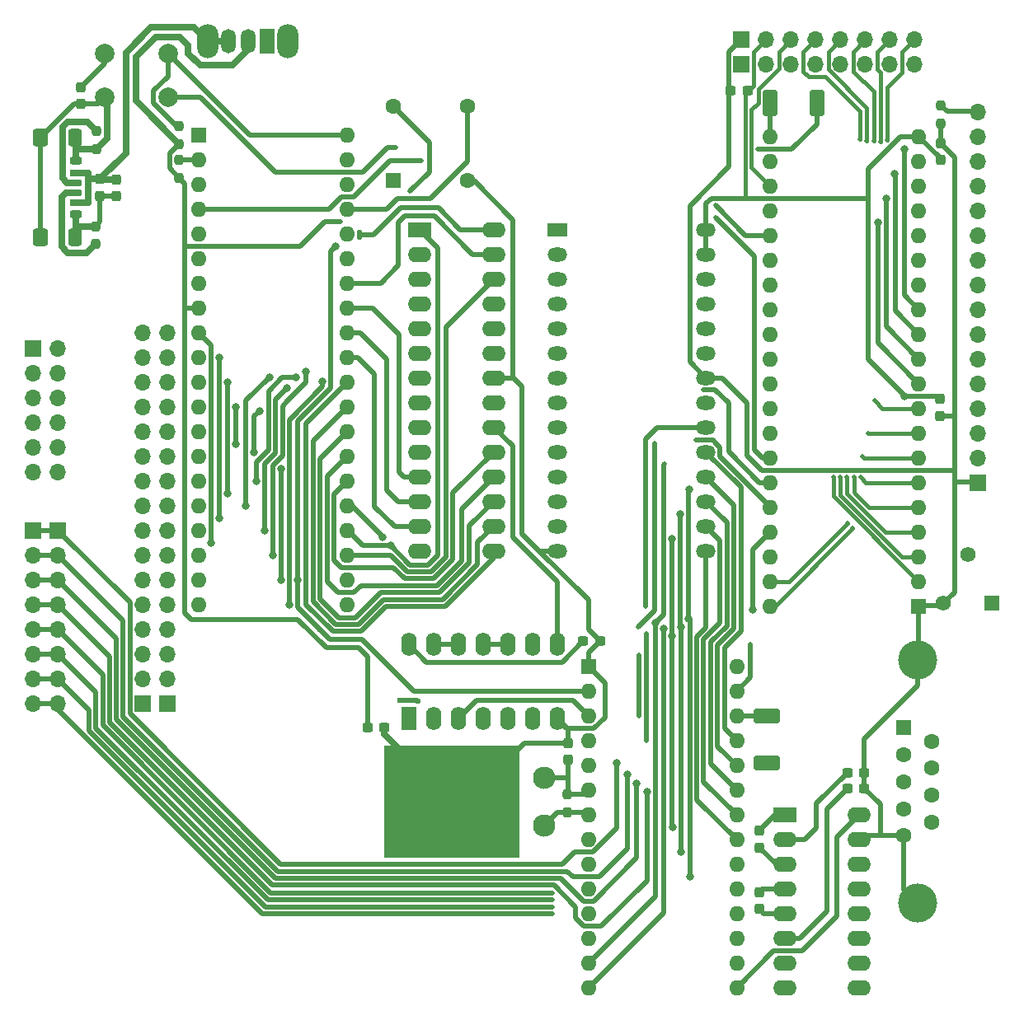
<source format=gbr>
%TF.GenerationSoftware,KiCad,Pcbnew,7.0.9*%
%TF.CreationDate,2024-02-07T01:21:47+02:00*%
%TF.ProjectId,W65C02Computer,57363543-3032-4436-9f6d-70757465722e,rev?*%
%TF.SameCoordinates,Original*%
%TF.FileFunction,Copper,L1,Top*%
%TF.FilePolarity,Positive*%
%FSLAX46Y46*%
G04 Gerber Fmt 4.6, Leading zero omitted, Abs format (unit mm)*
G04 Created by KiCad (PCBNEW 7.0.9) date 2024-02-07 01:21:47*
%MOMM*%
%LPD*%
G01*
G04 APERTURE LIST*
G04 Aperture macros list*
%AMRoundRect*
0 Rectangle with rounded corners*
0 $1 Rounding radius*
0 $2 $3 $4 $5 $6 $7 $8 $9 X,Y pos of 4 corners*
0 Add a 4 corners polygon primitive as box body*
4,1,4,$2,$3,$4,$5,$6,$7,$8,$9,$2,$3,0*
0 Add four circle primitives for the rounded corners*
1,1,$1+$1,$2,$3*
1,1,$1+$1,$4,$5*
1,1,$1+$1,$6,$7*
1,1,$1+$1,$8,$9*
0 Add four rect primitives between the rounded corners*
20,1,$1+$1,$2,$3,$4,$5,0*
20,1,$1+$1,$4,$5,$6,$7,0*
20,1,$1+$1,$6,$7,$8,$9,0*
20,1,$1+$1,$8,$9,$2,$3,0*%
G04 Aperture macros list end*
%TA.AperFunction,ComponentPad*%
%ADD10R,2.400000X1.600000*%
%TD*%
%TA.AperFunction,ComponentPad*%
%ADD11O,2.400000X1.600000*%
%TD*%
%TA.AperFunction,SMDPad,CuDef*%
%ADD12RoundRect,0.237500X-0.237500X0.250000X-0.237500X-0.250000X0.237500X-0.250000X0.237500X0.250000X0*%
%TD*%
%TA.AperFunction,SMDPad,CuDef*%
%ADD13RoundRect,0.237500X0.237500X-0.300000X0.237500X0.300000X-0.237500X0.300000X-0.237500X-0.300000X0*%
%TD*%
%TA.AperFunction,SMDPad,CuDef*%
%ADD14RoundRect,0.237500X0.237500X-0.250000X0.237500X0.250000X-0.237500X0.250000X-0.237500X-0.250000X0*%
%TD*%
%TA.AperFunction,ComponentPad*%
%ADD15C,2.300000*%
%TD*%
%TA.AperFunction,SMDPad,CuDef*%
%ADD16R,14.000000X11.500000*%
%TD*%
%TA.AperFunction,ComponentPad*%
%ADD17O,2.200000X3.500000*%
%TD*%
%TA.AperFunction,ComponentPad*%
%ADD18R,1.500000X2.500000*%
%TD*%
%TA.AperFunction,ComponentPad*%
%ADD19O,1.500000X2.500000*%
%TD*%
%TA.AperFunction,ComponentPad*%
%ADD20R,1.700000X1.700000*%
%TD*%
%TA.AperFunction,ComponentPad*%
%ADD21O,1.700000X1.700000*%
%TD*%
%TA.AperFunction,ComponentPad*%
%ADD22R,1.600000X1.600000*%
%TD*%
%TA.AperFunction,ComponentPad*%
%ADD23O,1.600000X1.600000*%
%TD*%
%TA.AperFunction,ComponentPad*%
%ADD24R,2.000000X1.440000*%
%TD*%
%TA.AperFunction,ComponentPad*%
%ADD25O,2.000000X1.440000*%
%TD*%
%TA.AperFunction,SMDPad,CuDef*%
%ADD26RoundRect,0.237500X0.300000X0.237500X-0.300000X0.237500X-0.300000X-0.237500X0.300000X-0.237500X0*%
%TD*%
%TA.AperFunction,SMDPad,CuDef*%
%ADD27RoundRect,0.237500X-0.300000X-0.237500X0.300000X-0.237500X0.300000X0.237500X-0.300000X0.237500X0*%
%TD*%
%TA.AperFunction,SMDPad,CuDef*%
%ADD28RoundRect,0.125000X-0.125000X-0.375000X0.125000X-0.375000X0.125000X0.375000X-0.125000X0.375000X0*%
%TD*%
%TA.AperFunction,ComponentPad*%
%ADD29R,1.560000X1.560000*%
%TD*%
%TA.AperFunction,ComponentPad*%
%ADD30C,1.560000*%
%TD*%
%TA.AperFunction,SMDPad,CuDef*%
%ADD31RoundRect,0.250000X-1.100000X0.500000X-1.100000X-0.500000X1.100000X-0.500000X1.100000X0.500000X0*%
%TD*%
%TA.AperFunction,SMDPad,CuDef*%
%ADD32RoundRect,0.237500X-0.237500X0.300000X-0.237500X-0.300000X0.237500X-0.300000X0.237500X0.300000X0*%
%TD*%
%TA.AperFunction,ComponentPad*%
%ADD33C,4.000000*%
%TD*%
%TA.AperFunction,ComponentPad*%
%ADD34C,1.600000*%
%TD*%
%TA.AperFunction,ComponentPad*%
%ADD35C,2.000000*%
%TD*%
%TA.AperFunction,ComponentPad*%
%ADD36R,1.600000X2.400000*%
%TD*%
%TA.AperFunction,ComponentPad*%
%ADD37O,1.600000X2.400000*%
%TD*%
%TA.AperFunction,SMDPad,CuDef*%
%ADD38RoundRect,0.250000X-0.500000X-1.100000X0.500000X-1.100000X0.500000X1.100000X-0.500000X1.100000X0*%
%TD*%
%TA.AperFunction,SMDPad,CuDef*%
%ADD39RoundRect,0.175000X-0.425000X0.175000X-0.425000X-0.175000X0.425000X-0.175000X0.425000X0.175000X0*%
%TD*%
%TA.AperFunction,SMDPad,CuDef*%
%ADD40RoundRect,0.190000X0.410000X-0.190000X0.410000X0.190000X-0.410000X0.190000X-0.410000X-0.190000X0*%
%TD*%
%TA.AperFunction,SMDPad,CuDef*%
%ADD41RoundRect,0.200000X0.400000X-0.200000X0.400000X0.200000X-0.400000X0.200000X-0.400000X-0.200000X0*%
%TD*%
%TA.AperFunction,SMDPad,CuDef*%
%ADD42RoundRect,0.175000X0.425000X-0.175000X0.425000X0.175000X-0.425000X0.175000X-0.425000X-0.175000X0*%
%TD*%
%TA.AperFunction,SMDPad,CuDef*%
%ADD43RoundRect,0.190000X-0.410000X0.190000X-0.410000X-0.190000X0.410000X-0.190000X0.410000X0.190000X0*%
%TD*%
%TA.AperFunction,SMDPad,CuDef*%
%ADD44RoundRect,0.200000X-0.400000X0.200000X-0.400000X-0.200000X0.400000X-0.200000X0.400000X0.200000X0*%
%TD*%
%TA.AperFunction,SMDPad,CuDef*%
%ADD45RoundRect,0.250000X-0.425000X0.650000X-0.425000X-0.650000X0.425000X-0.650000X0.425000X0.650000X0*%
%TD*%
%TA.AperFunction,SMDPad,CuDef*%
%ADD46RoundRect,0.250000X-0.500000X0.650000X-0.500000X-0.650000X0.500000X-0.650000X0.500000X0.650000X0*%
%TD*%
%TA.AperFunction,ViaPad*%
%ADD47C,0.500000*%
%TD*%
%TA.AperFunction,ViaPad*%
%ADD48C,0.800000*%
%TD*%
%TA.AperFunction,ViaPad*%
%ADD49C,0.600000*%
%TD*%
%TA.AperFunction,Conductor*%
%ADD50C,0.500000*%
%TD*%
%TA.AperFunction,Conductor*%
%ADD51C,0.700000*%
%TD*%
%TA.AperFunction,Conductor*%
%ADD52C,0.400000*%
%TD*%
G04 APERTURE END LIST*
D10*
%TO.P,U6,1,C1+*%
%TO.N,Net-(U6-C1+)*%
X231090000Y-113000000D03*
D11*
%TO.P,U6,2,VS+*%
%TO.N,Net-(U6-VS+)*%
X231090000Y-115540000D03*
%TO.P,U6,3,C1-*%
%TO.N,Net-(U6-C1-)*%
X231090000Y-118080000D03*
%TO.P,U6,4,C2+*%
%TO.N,Net-(U6-C2+)*%
X231090000Y-120620000D03*
%TO.P,U6,5,C2-*%
%TO.N,Net-(U6-C2-)*%
X231090000Y-123160000D03*
%TO.P,U6,6,VS-*%
%TO.N,Net-(U6-VS-)*%
X231090000Y-125700000D03*
%TO.P,U6,7,T2OUT*%
%TO.N,unconnected-(U6-T2OUT-Pad7)*%
X231090000Y-128240000D03*
%TO.P,U6,8,R2IN*%
%TO.N,unconnected-(U6-R2IN-Pad8)*%
X231090000Y-130780000D03*
%TO.P,U6,9,R2OUT*%
%TO.N,unconnected-(U6-R2OUT-Pad9)*%
X238710000Y-130780000D03*
%TO.P,U6,10,T2IN*%
%TO.N,unconnected-(U6-T2IN-Pad10)*%
X238710000Y-128240000D03*
%TO.P,U6,11,T1IN*%
%TO.N,Net-(U6-T1IN)*%
X238710000Y-125700000D03*
%TO.P,U6,12,R1OUT*%
%TO.N,Net-(U6-R1OUT)*%
X238710000Y-123160000D03*
%TO.P,U6,13,R1IN*%
%TO.N,Net-(U6-R1IN)*%
X238710000Y-120620000D03*
%TO.P,U6,14,T1OUT*%
%TO.N,Net-(U6-T1OUT)*%
X238710000Y-118080000D03*
%TO.P,U6,15,GND*%
%TO.N,GND*%
X238710000Y-115540000D03*
%TO.P,U6,16,VCC*%
%TO.N,+5V*%
X238710000Y-113000000D03*
%TD*%
D12*
%TO.P,R1,1*%
%TO.N,Net-(DS1-LED(-))*%
X247080000Y-40107500D03*
%TO.P,R1,2*%
%TO.N,GND*%
X247080000Y-41932500D03*
%TD*%
D13*
%TO.P,C8,1*%
%TO.N,Net-(U7-XTLI)*%
X208750000Y-107342500D03*
%TO.P,C8,2*%
%TO.N,GND*%
X208750000Y-105617500D03*
%TD*%
%TO.P,C7,1*%
%TO.N,GND*%
X158780000Y-39942500D03*
%TO.P,C7,2*%
%TO.N,RESET*%
X158780000Y-38217500D03*
%TD*%
D14*
%TO.P,R7,1*%
%TO.N,GND*%
X160310000Y-44577500D03*
%TO.P,R7,2*%
%TO.N,Net-(J9-CC1)*%
X160310000Y-42752500D03*
%TD*%
D12*
%TO.P,R6,1*%
%TO.N,GND*%
X160260000Y-52512500D03*
%TO.P,R6,2*%
%TO.N,Net-(J9-CC2)*%
X160260000Y-54337500D03*
%TD*%
D15*
%TO.P,Y1,1,1*%
%TO.N,Net-(U7-XTLI)*%
X206310000Y-109180000D03*
%TO.P,Y1,2,2*%
%TO.N,Net-(U7-XTLO)*%
X206310000Y-114080000D03*
D16*
%TO.P,Y1,3*%
%TO.N,GND*%
X196810000Y-111630000D03*
%TD*%
D17*
%TO.P,SW2,*%
%TO.N,*%
X179990000Y-33530000D03*
X171790000Y-33530000D03*
D18*
%TO.P,SW2,1,A*%
%TO.N,N/C*%
X177890000Y-33530000D03*
D19*
%TO.P,SW2,2,B*%
X175890000Y-33530000D03*
%TO.P,SW2,3,C*%
X173890000Y-33530000D03*
%TD*%
D20*
%TO.P,REF\u002A\u002A,1*%
%TO.N,RESET*%
X153800000Y-65100000D03*
D21*
%TO.P,REF\u002A\u002A,2*%
%TO.N,R{slash}~{W}*%
X156340000Y-65100000D03*
%TO.P,REF\u002A\u002A,3*%
%TO.N,Net-(U1-RDY)*%
X153800000Y-67640000D03*
%TO.P,REF\u002A\u002A,4*%
%TO.N,unconnected-(U1-PHI1out-Pad3)*%
X156340000Y-67640000D03*
%TO.P,REF\u002A\u002A,5*%
%TO.N,unconnected-(U1-PHI2out-Pad39)*%
X153800000Y-70180000D03*
%TO.P,REF\u002A\u002A,6*%
%TO.N,IRQ*%
X156340000Y-70180000D03*
%TO.P,REF\u002A\u002A,7*%
%TO.N,unconnected-(U1-~{SO}-Pad38)*%
X153800000Y-72720000D03*
%TO.P,REF\u002A\u002A,8*%
%TO.N,unconnected-(U1-~{ML}-Pad5)*%
X156340000Y-72720000D03*
%TO.P,REF\u002A\u002A,9*%
%TO.N,CLK*%
X153800000Y-75260000D03*
%TO.P,REF\u002A\u002A,10*%
%TO.N,+5V*%
X156340000Y-75260000D03*
%TO.P,REF\u002A\u002A,11*%
X153800000Y-77800000D03*
%TO.P,REF\u002A\u002A,12*%
%TO.N,unconnected-(U1-SYNC-Pad7)*%
X156340000Y-77800000D03*
%TD*%
D22*
%TO.P,U7,1,VSS*%
%TO.N,GND*%
X210865000Y-97755000D03*
D23*
%TO.P,U7,2,CS0*%
%TO.N,/A12*%
X210865000Y-100295000D03*
%TO.P,U7,3,~{CS1}*%
%TO.N,PHER*%
X210865000Y-102835000D03*
%TO.P,U7,4,~{RESET}*%
%TO.N,RESET*%
X210865000Y-105375000D03*
%TO.P,U7,5,RxC*%
%TO.N,unconnected-(U7-RxC-Pad5)*%
X210865000Y-107915000D03*
%TO.P,U7,6,XTLI*%
%TO.N,Net-(U7-XTLI)*%
X210865000Y-110455000D03*
%TO.P,U7,7,XTLO*%
%TO.N,Net-(U7-XTLO)*%
X210865000Y-112995000D03*
%TO.P,U7,8,~{RTS}*%
%TO.N,unconnected-(U7-~{RTS}-Pad8)*%
X210865000Y-115535000D03*
%TO.P,U7,9,~{CTS}*%
%TO.N,unconnected-(U7-~{CTS}-Pad9)*%
X210865000Y-118075000D03*
%TO.P,U7,10,TxD*%
%TO.N,Net-(U6-T1IN)*%
X210865000Y-120615000D03*
%TO.P,U7,11,~{DTR}*%
%TO.N,unconnected-(U7-~{DTR}-Pad11)*%
X210865000Y-123155000D03*
%TO.P,U7,12,RxD*%
%TO.N,Net-(U6-R1OUT)*%
X210865000Y-125695000D03*
%TO.P,U7,13,RS0*%
%TO.N,/A0*%
X210865000Y-128235000D03*
%TO.P,U7,14,RS1*%
%TO.N,/A1*%
X210865000Y-130775000D03*
%TO.P,U7,15,VCC*%
%TO.N,+5V*%
X226105000Y-130775000D03*
%TO.P,U7,16,~{DCD}*%
%TO.N,unconnected-(U7-~{DCD}-Pad16)*%
X226105000Y-128235000D03*
%TO.P,U7,17,~{DSR}*%
%TO.N,unconnected-(U7-~{DSR}-Pad17)*%
X226105000Y-125695000D03*
%TO.P,U7,18,D0*%
%TO.N,/D0*%
X226105000Y-123155000D03*
%TO.P,U7,19,D1*%
%TO.N,/D1*%
X226105000Y-120615000D03*
%TO.P,U7,20,D2*%
%TO.N,/D2*%
X226105000Y-118075000D03*
%TO.P,U7,21,D3*%
%TO.N,/D3*%
X226105000Y-115535000D03*
%TO.P,U7,22,D4*%
%TO.N,/D4*%
X226105000Y-112995000D03*
%TO.P,U7,23,D5*%
%TO.N,/D5*%
X226105000Y-110455000D03*
%TO.P,U7,24,D6*%
%TO.N,/D6*%
X226105000Y-107915000D03*
%TO.P,U7,25,D7*%
%TO.N,/D7*%
X226105000Y-105375000D03*
%TO.P,U7,26,~{IRQ}*%
%TO.N,Net-(D2-K)*%
X226105000Y-102835000D03*
%TO.P,U7,27,PHI2*%
%TO.N,CLK*%
X226105000Y-100295000D03*
%TO.P,U7,28,R/~{W}*%
%TO.N,R{slash}~{W}*%
X226105000Y-97755000D03*
%TD*%
D24*
%TO.P,U2,1,A14*%
%TO.N,/A14*%
X207680000Y-52850000D03*
D25*
%TO.P,U2,2,A12*%
%TO.N,/A12*%
X207680000Y-55390000D03*
%TO.P,U2,3,A7*%
%TO.N,/A7*%
X207680000Y-57930000D03*
%TO.P,U2,4,A6*%
%TO.N,/A6*%
X207680000Y-60470000D03*
%TO.P,U2,5,A5*%
%TO.N,/A5*%
X207680000Y-63010000D03*
%TO.P,U2,6,A4*%
%TO.N,/A4*%
X207680000Y-65550000D03*
%TO.P,U2,7,A3*%
%TO.N,/A3*%
X207680000Y-68090000D03*
%TO.P,U2,8,A2*%
%TO.N,/A2*%
X207680000Y-70630000D03*
%TO.P,U2,9,A1*%
%TO.N,/A1*%
X207680000Y-73170000D03*
%TO.P,U2,10,A0*%
%TO.N,/A0*%
X207680000Y-75710000D03*
%TO.P,U2,11,D0*%
%TO.N,/D0*%
X207680000Y-78250000D03*
%TO.P,U2,12,D1*%
%TO.N,/D1*%
X207680000Y-80790000D03*
%TO.P,U2,13,D2*%
%TO.N,/D2*%
X207680000Y-83330000D03*
%TO.P,U2,14,GND*%
%TO.N,GND*%
X207680000Y-85870000D03*
%TO.P,U2,15,D3*%
%TO.N,/D3*%
X222920000Y-85870000D03*
%TO.P,U2,16,D4*%
%TO.N,/D4*%
X222920000Y-83330000D03*
%TO.P,U2,17,D5*%
%TO.N,/D5*%
X222920000Y-80790000D03*
%TO.P,U2,18,D6*%
%TO.N,/D6*%
X222920000Y-78250000D03*
%TO.P,U2,19,D7*%
%TO.N,/D7*%
X222920000Y-75710000D03*
%TO.P,U2,20,~{CS}*%
%TO.N,Net-(U2-~{CS})*%
X222920000Y-73170000D03*
%TO.P,U2,21,A10*%
%TO.N,/A10*%
X222920000Y-70630000D03*
%TO.P,U2,22,~{OE}*%
%TO.N,GND*%
X222920000Y-68090000D03*
%TO.P,U2,23,A11*%
%TO.N,/A11*%
X222920000Y-65550000D03*
%TO.P,U2,24,A9*%
%TO.N,/A9*%
X222920000Y-63010000D03*
%TO.P,U2,25,A8*%
%TO.N,/A8*%
X222920000Y-60470000D03*
%TO.P,U2,26,A13*%
%TO.N,/A13*%
X222920000Y-57930000D03*
%TO.P,U2,27,~{WE}*%
%TO.N,+5V*%
X222920000Y-55390000D03*
%TO.P,U2,28,VCC*%
X222920000Y-52850000D03*
%TD*%
D26*
%TO.P,C10,1*%
%TO.N,+5V*%
X227212500Y-38600000D03*
%TO.P,C10,2*%
%TO.N,GND*%
X225487500Y-38600000D03*
%TD*%
D20*
%TO.P,REF\u002A\u002A,1*%
%TO.N,/D7*%
X156340000Y-83770000D03*
D21*
%TO.P,REF\u002A\u002A,2*%
%TO.N,/D6*%
X156340000Y-86310000D03*
%TO.P,REF\u002A\u002A,3*%
%TO.N,/D5*%
X156340000Y-88850000D03*
%TO.P,REF\u002A\u002A,4*%
%TO.N,/D4*%
X156340000Y-91390000D03*
%TO.P,REF\u002A\u002A,5*%
%TO.N,/D3*%
X156340000Y-93930000D03*
%TO.P,REF\u002A\u002A,6*%
%TO.N,/D2*%
X156340000Y-96470000D03*
%TO.P,REF\u002A\u002A,7*%
%TO.N,/D1*%
X156340000Y-99010000D03*
%TO.P,REF\u002A\u002A,8*%
%TO.N,/D0*%
X156340000Y-101550000D03*
%TD*%
D27*
%TO.P,C9,1*%
%TO.N,N/C*%
X210327500Y-95160000D03*
%TO.P,C9,2*%
X212052500Y-95160000D03*
%TD*%
D13*
%TO.P,C6,1*%
%TO.N,Net-(U6-C1-)*%
X228445000Y-116347500D03*
%TO.P,C6,2*%
%TO.N,Net-(U6-C1+)*%
X228445000Y-114622500D03*
%TD*%
D22*
%TO.P,U1,1,~{VP}*%
%TO.N,unconnected-(U1-~{VP}-Pad1)*%
X170830000Y-43150000D03*
D23*
%TO.P,U1,2,RDY*%
%TO.N,Net-(U1-RDY)*%
X170830000Y-45690000D03*
%TO.P,U1,3,PHI1out*%
%TO.N,unconnected-(U1-PHI1out-Pad3)*%
X170830000Y-48230000D03*
%TO.P,U1,4,~{IRQ}*%
%TO.N,IRQ*%
X170830000Y-50770000D03*
%TO.P,U1,5,~{ML}*%
%TO.N,unconnected-(U1-~{ML}-Pad5)*%
X170830000Y-53310000D03*
%TO.P,U1,6,~{NMI}*%
%TO.N,+5V*%
X170830000Y-55850000D03*
%TO.P,U1,7,SYNC*%
%TO.N,unconnected-(U1-SYNC-Pad7)*%
X170830000Y-58390000D03*
%TO.P,U1,8,VCC*%
%TO.N,+5V*%
X170830000Y-60930000D03*
%TO.P,U1,9,A0*%
%TO.N,/A0*%
X170830000Y-63470000D03*
%TO.P,U1,10,A1*%
%TO.N,/A1*%
X170830000Y-66010000D03*
%TO.P,U1,11,A2*%
%TO.N,/A2*%
X170830000Y-68550000D03*
%TO.P,U1,12,A3*%
%TO.N,/A3*%
X170830000Y-71090000D03*
%TO.P,U1,13,A4*%
%TO.N,/A4*%
X170830000Y-73630000D03*
%TO.P,U1,14,A5*%
%TO.N,/A5*%
X170830000Y-76170000D03*
%TO.P,U1,15,A6*%
%TO.N,/A6*%
X170830000Y-78710000D03*
%TO.P,U1,16,A7*%
%TO.N,/A7*%
X170830000Y-81250000D03*
%TO.P,U1,17,A8*%
%TO.N,/A8*%
X170830000Y-83790000D03*
%TO.P,U1,18,A9*%
%TO.N,/A9*%
X170830000Y-86330000D03*
%TO.P,U1,19,A10*%
%TO.N,/A10*%
X170830000Y-88870000D03*
%TO.P,U1,20,A11*%
%TO.N,/A11*%
X170830000Y-91410000D03*
%TO.P,U1,21,GND*%
%TO.N,GND*%
X186070000Y-91410000D03*
%TO.P,U1,22,A12*%
%TO.N,/A12*%
X186070000Y-88870000D03*
%TO.P,U1,23,A13*%
%TO.N,/A13*%
X186070000Y-86330000D03*
%TO.P,U1,24,A14*%
%TO.N,/A14*%
X186070000Y-83790000D03*
%TO.P,U1,25,A15*%
%TO.N,/A15*%
X186070000Y-81250000D03*
%TO.P,U1,26,D7*%
%TO.N,/D7*%
X186070000Y-78710000D03*
%TO.P,U1,27,D6*%
%TO.N,/D6*%
X186070000Y-76170000D03*
%TO.P,U1,28,D5*%
%TO.N,/D5*%
X186070000Y-73630000D03*
%TO.P,U1,29,D4*%
%TO.N,/D4*%
X186070000Y-71090000D03*
%TO.P,U1,30,D3*%
%TO.N,/D3*%
X186070000Y-68550000D03*
%TO.P,U1,31,D2*%
%TO.N,/D2*%
X186070000Y-66010000D03*
%TO.P,U1,32,D1*%
%TO.N,/D1*%
X186070000Y-63470000D03*
%TO.P,U1,33,D0*%
%TO.N,/D0*%
X186070000Y-60930000D03*
%TO.P,U1,34,R/~{W}*%
%TO.N,R{slash}~{W}*%
X186070000Y-58390000D03*
%TO.P,U1,35,NC*%
%TO.N,unconnected-(U1-NC-Pad35)*%
X186070000Y-55850000D03*
%TO.P,U1,36,BE*%
%TO.N,+5V*%
X186070000Y-53310000D03*
%TO.P,U1,37,PHI2*%
%TO.N,CLK*%
X186070000Y-50770000D03*
%TO.P,U1,38,~{SO}*%
%TO.N,unconnected-(U1-~{SO}-Pad38)*%
X186070000Y-48230000D03*
%TO.P,U1,39,PHI2out*%
%TO.N,unconnected-(U1-PHI2out-Pad39)*%
X186070000Y-45690000D03*
%TO.P,U1,40,~{RESET}*%
%TO.N,RESET*%
X186070000Y-43150000D03*
%TD*%
D28*
%TO.P,,1*%
%TO.N,+5V*%
X169450000Y-55850000D03*
%TD*%
D13*
%TO.P,C1,1*%
%TO.N,+5V*%
X247010000Y-45712500D03*
%TO.P,C1,2*%
%TO.N,GND*%
X247010000Y-43987500D03*
%TD*%
D27*
%TO.P,C9,1*%
%TO.N,N/C*%
X188177500Y-104010000D03*
%TO.P,C9,2*%
X189902500Y-104010000D03*
%TD*%
D29*
%TO.P,RV1,1,1*%
%TO.N,unconnected-(RV1-Pad1)*%
X252330000Y-91235000D03*
D30*
%TO.P,RV1,2,2*%
%TO.N,Net-(DS1-VO)*%
X249830000Y-86235000D03*
%TO.P,RV1,3,3*%
%TO.N,GND*%
X247330000Y-91235000D03*
%TD*%
D31*
%TO.P,D2,1,K*%
%TO.N,Net-(D2-K)*%
X229180000Y-102832500D03*
%TO.P,D2,2,A*%
%TO.N,IRQ*%
X229180000Y-107632500D03*
%TD*%
D20*
%TO.P,DS1,1,VSS*%
%TO.N,GND*%
X250870000Y-78860000D03*
D21*
%TO.P,DS1,2,VDD*%
%TO.N,+5V*%
X250870000Y-76320000D03*
%TO.P,DS1,3,VO*%
%TO.N,Net-(DS1-VO)*%
X250870000Y-73780000D03*
%TO.P,DS1,4,RS*%
%TO.N,Net-(DS1-RS)*%
X250870000Y-71240000D03*
%TO.P,DS1,5,R/W*%
%TO.N,Net-(DS1-R{slash}W)*%
X250870000Y-68700000D03*
%TO.P,DS1,6,E*%
%TO.N,Net-(DS1-E)*%
X250870000Y-66160000D03*
%TO.P,DS1,7,D0*%
%TO.N,unconnected-(DS1-D0-Pad7)*%
X250870000Y-63620000D03*
%TO.P,DS1,8,D1*%
%TO.N,unconnected-(DS1-D1-Pad8)*%
X250870000Y-61080000D03*
%TO.P,DS1,9,D2*%
%TO.N,unconnected-(DS1-D2-Pad9)*%
X250870000Y-58540000D03*
%TO.P,DS1,10,D3*%
%TO.N,unconnected-(DS1-D3-Pad10)*%
X250870000Y-56000000D03*
%TO.P,DS1,11,D4*%
%TO.N,Net-(DS1-D4)*%
X250870000Y-53460000D03*
%TO.P,DS1,12,D5*%
%TO.N,Net-(DS1-D5)*%
X250870000Y-50920000D03*
%TO.P,DS1,13,D6*%
%TO.N,Net-(DS1-D6)*%
X250870000Y-48380000D03*
%TO.P,DS1,14,D7*%
%TO.N,Net-(DS1-D7)*%
X250870000Y-45840000D03*
%TO.P,DS1,15,LED(+)*%
%TO.N,+5V*%
X250870000Y-43300000D03*
%TO.P,DS1,16,LED(-)*%
%TO.N,Net-(DS1-LED(-))*%
X250870000Y-40760000D03*
%TD*%
D27*
%TO.P,C3,1*%
%TO.N,Net-(U6-VS-)*%
X237492500Y-110305000D03*
%TO.P,C3,2*%
%TO.N,GND*%
X239217500Y-110305000D03*
%TD*%
D32*
%TO.P,C9,1*%
%TO.N,+5V*%
X160707500Y-47672500D03*
%TO.P,C9,2*%
%TO.N,GND*%
X160707500Y-49397500D03*
%TD*%
D20*
%TO.P,REF\u002A\u002A,1,Pin_1*%
%TO.N,/A15*%
X165090000Y-101580000D03*
D21*
%TO.P,REF\u002A\u002A,2,Pin_2*%
%TO.N,/A14*%
X165090000Y-99040000D03*
%TO.P,REF\u002A\u002A,3,Pin_3*%
%TO.N,/A13*%
X165090000Y-96500000D03*
%TO.P,REF\u002A\u002A,4,Pin_4*%
%TO.N,/A12*%
X165090000Y-93960000D03*
%TO.P,REF\u002A\u002A,5,Pin_5*%
%TO.N,/A11*%
X165090000Y-91420000D03*
%TO.P,REF\u002A\u002A,6,Pin_6*%
%TO.N,/A10*%
X165090000Y-88880000D03*
%TO.P,REF\u002A\u002A,7,Pin_7*%
%TO.N,/A9*%
X165090000Y-86340000D03*
%TO.P,REF\u002A\u002A,8,Pin_8*%
%TO.N,/A8*%
X165090000Y-83800000D03*
%TO.P,REF\u002A\u002A,9,Pin_9*%
%TO.N,/A7*%
X165090000Y-81260000D03*
%TO.P,REF\u002A\u002A,10,Pin_10*%
%TO.N,/A6*%
X165090000Y-78720000D03*
%TO.P,REF\u002A\u002A,11,Pin_11*%
%TO.N,/A5*%
X165090000Y-76180000D03*
%TO.P,REF\u002A\u002A,12,Pin_12*%
%TO.N,/A4*%
X165090000Y-73640000D03*
%TO.P,REF\u002A\u002A,13,Pin_13*%
%TO.N,/A3*%
X165090000Y-71100000D03*
%TO.P,REF\u002A\u002A,14,Pin_14*%
%TO.N,/A2*%
X165090000Y-68560000D03*
%TO.P,REF\u002A\u002A,15,Pin_15*%
%TO.N,/A1*%
X165090000Y-66020000D03*
%TO.P,REF\u002A\u002A,16,Pin_16*%
%TO.N,/A0*%
X165090000Y-63480000D03*
%TD*%
D32*
%TO.P,C9,1*%
%TO.N,N/C*%
X162420000Y-47697500D03*
%TO.P,C9,2*%
X162420000Y-49422500D03*
%TD*%
D20*
%TO.P,REF\u002A\u002A,1*%
%TO.N,GND*%
X226600000Y-33310000D03*
D21*
%TO.P,REF\u002A\u002A,2*%
%TO.N,+5V*%
X229140000Y-33310000D03*
%TO.P,REF\u002A\u002A,3*%
%TO.N,PHER*%
X231680000Y-33310000D03*
%TO.P,REF\u002A\u002A,4*%
%TO.N,unconnected-(U5-CA2-Pad39)*%
X234220000Y-33310000D03*
%TO.P,REF\u002A\u002A,5*%
%TO.N,unconnected-(U5-CA1-Pad40)*%
X236760000Y-33310000D03*
%TO.P,REF\u002A\u002A,6*%
%TO.N,unconnected-(U5-PB7-Pad17)*%
X239300000Y-33310000D03*
%TO.P,REF\u002A\u002A,7*%
%TO.N,unconnected-(U5-CB1-Pad18)*%
X241840000Y-33310000D03*
%TO.P,REF\u002A\u002A,8*%
%TO.N,unconnected-(U5-CB2-Pad19)*%
X244380000Y-33310000D03*
%TD*%
D14*
%TO.P,R2,1*%
%TO.N,+5V*%
X168860000Y-44042500D03*
%TO.P,R2,2*%
%TO.N,RESET*%
X168860000Y-42217500D03*
%TD*%
D33*
%TO.P,J1,0,PAD*%
%TO.N,GND*%
X244670000Y-122095000D03*
X244670000Y-97095000D03*
D22*
%TO.P,J1,1,1*%
%TO.N,unconnected-(J1-Pad1)*%
X243250000Y-104055000D03*
D34*
%TO.P,J1,2,2*%
%TO.N,Net-(U6-T1OUT)*%
X243250000Y-106825000D03*
%TO.P,J1,3,3*%
%TO.N,Net-(U6-R1IN)*%
X243250000Y-109595000D03*
%TO.P,J1,4,4*%
%TO.N,unconnected-(J1-Pad4)*%
X243250000Y-112365000D03*
%TO.P,J1,5,5*%
%TO.N,GND*%
X243250000Y-115135000D03*
%TO.P,J1,6,6*%
%TO.N,unconnected-(J1-Pad6)*%
X246090000Y-105440000D03*
%TO.P,J1,7,7*%
%TO.N,unconnected-(J1-Pad7)*%
X246090000Y-108210000D03*
%TO.P,J1,8,8*%
%TO.N,unconnected-(J1-Pad8)*%
X246090000Y-110980000D03*
%TO.P,J1,9,9*%
%TO.N,unconnected-(J1-Pad9)*%
X246090000Y-113750000D03*
%TD*%
D20*
%TO.P,J3,1,Pin_1*%
%TO.N,/A15*%
X167630000Y-101580000D03*
D21*
%TO.P,J3,2,Pin_2*%
%TO.N,/A14*%
X167630000Y-99040000D03*
%TO.P,J3,3,Pin_3*%
%TO.N,/A13*%
X167630000Y-96500000D03*
%TO.P,J3,4,Pin_4*%
%TO.N,/A12*%
X167630000Y-93960000D03*
%TO.P,J3,5,Pin_5*%
%TO.N,/A11*%
X167630000Y-91420000D03*
%TO.P,J3,6,Pin_6*%
%TO.N,/A10*%
X167630000Y-88880000D03*
%TO.P,J3,7,Pin_7*%
%TO.N,/A9*%
X167630000Y-86340000D03*
%TO.P,J3,8,Pin_8*%
%TO.N,/A8*%
X167630000Y-83800000D03*
%TO.P,J3,9,Pin_9*%
%TO.N,/A7*%
X167630000Y-81260000D03*
%TO.P,J3,10,Pin_10*%
%TO.N,/A6*%
X167630000Y-78720000D03*
%TO.P,J3,11,Pin_11*%
%TO.N,/A5*%
X167630000Y-76180000D03*
%TO.P,J3,12,Pin_12*%
%TO.N,/A4*%
X167630000Y-73640000D03*
%TO.P,J3,13,Pin_13*%
%TO.N,/A3*%
X167630000Y-71100000D03*
%TO.P,J3,14,Pin_14*%
%TO.N,/A2*%
X167630000Y-68560000D03*
%TO.P,J3,15,Pin_15*%
%TO.N,/A1*%
X167630000Y-66020000D03*
%TO.P,J3,16,Pin_16*%
%TO.N,/A0*%
X167630000Y-63480000D03*
%TD*%
D27*
%TO.P,C4,1*%
%TO.N,Net-(U6-VS+)*%
X237482500Y-108655000D03*
%TO.P,C4,2*%
%TO.N,GND*%
X239207500Y-108655000D03*
%TD*%
D28*
%TO.P,,1*%
%TO.N,+5V*%
X187400000Y-53350000D03*
%TD*%
D20*
%TO.P,REF\u002A\u002A,1*%
%TO.N,/D7*%
X153800000Y-83770000D03*
D21*
%TO.P,REF\u002A\u002A,2*%
%TO.N,/D6*%
X153800000Y-86310000D03*
%TO.P,REF\u002A\u002A,3*%
%TO.N,/D5*%
X153800000Y-88850000D03*
%TO.P,REF\u002A\u002A,4*%
%TO.N,/D4*%
X153800000Y-91390000D03*
%TO.P,REF\u002A\u002A,5*%
%TO.N,/D3*%
X153800000Y-93930000D03*
%TO.P,REF\u002A\u002A,6*%
%TO.N,/D2*%
X153800000Y-96470000D03*
%TO.P,REF\u002A\u002A,7*%
%TO.N,/D1*%
X153800000Y-99010000D03*
%TO.P,REF\u002A\u002A,8*%
%TO.N,/D0*%
X153800000Y-101550000D03*
%TD*%
D12*
%TO.P,R4,1*%
%TO.N,Net-(U7-XTLI)*%
X208680000Y-110880000D03*
%TO.P,R4,2*%
%TO.N,Net-(U7-XTLO)*%
X208680000Y-112705000D03*
%TD*%
D14*
%TO.P,R3,1*%
%TO.N,+5V*%
X168860000Y-47512500D03*
%TO.P,R3,2*%
%TO.N,Net-(U1-RDY)*%
X168860000Y-45687500D03*
%TD*%
D13*
%TO.P,C5,1*%
%TO.N,Net-(U6-C2-)*%
X228395000Y-122667500D03*
%TO.P,C5,2*%
%TO.N,Net-(U6-C2+)*%
X228395000Y-120942500D03*
%TD*%
D35*
%TO.P,SW1,1,1*%
%TO.N,GND*%
X167700000Y-39260000D03*
X161200000Y-39260000D03*
%TO.P,SW1,2,2*%
%TO.N,RESET*%
X167700000Y-34760000D03*
X161200000Y-34760000D03*
%TD*%
D36*
%TO.P,U4,1*%
%TO.N,/A14*%
X192430000Y-103130000D03*
D37*
%TO.P,U4,2*%
%TO.N,Net-(U2-~{CS})*%
X194970000Y-103130000D03*
%TO.P,U4,3*%
%TO.N,PHER*%
X197510000Y-103130000D03*
%TO.P,U4,4*%
%TO.N,unconnected-(U4-Pad4)*%
X200050000Y-103130000D03*
%TO.P,U4,5*%
%TO.N,unconnected-(U4-Pad5)*%
X202590000Y-103130000D03*
%TO.P,U4,6*%
%TO.N,unconnected-(U4-Pad6)*%
X205130000Y-103130000D03*
%TO.P,U4,7,GND*%
%TO.N,GND*%
X207670000Y-103130000D03*
%TO.P,U4,8*%
%TO.N,Net-(U3-~{CS})*%
X207670000Y-95510000D03*
%TO.P,U4,9*%
%TO.N,CLK*%
X205130000Y-95510000D03*
%TO.P,U4,10*%
%TO.N,Net-(U2-~{CS})*%
X202590000Y-95510000D03*
%TO.P,U4,11*%
X200050000Y-95510000D03*
%TO.P,U4,12*%
%TO.N,/A15*%
X197510000Y-95510000D03*
%TO.P,U4,13*%
X194970000Y-95510000D03*
%TO.P,U4,14,VCC*%
%TO.N,+5V*%
X192430000Y-95510000D03*
%TD*%
D38*
%TO.P,D1,1,K*%
%TO.N,Net-(D1-K)*%
X229532500Y-39830000D03*
%TO.P,D1,2,A*%
%TO.N,IRQ*%
X234332500Y-39830000D03*
%TD*%
D13*
%TO.P,C2,1*%
%TO.N,GND*%
X246970000Y-71992500D03*
%TO.P,C2,2*%
%TO.N,+5V*%
X246970000Y-70267500D03*
%TD*%
D10*
%TO.P,U3,1,A14*%
%TO.N,/A14*%
X193530000Y-52850000D03*
D11*
%TO.P,U3,2,A12*%
%TO.N,/A12*%
X193530000Y-55390000D03*
%TO.P,U3,3,A7*%
%TO.N,/A7*%
X193530000Y-57930000D03*
%TO.P,U3,4,A6*%
%TO.N,/A6*%
X193530000Y-60470000D03*
%TO.P,U3,5,A5*%
%TO.N,/A5*%
X193530000Y-63010000D03*
%TO.P,U3,6,A4*%
%TO.N,/A4*%
X193530000Y-65550000D03*
%TO.P,U3,7,A3*%
%TO.N,/A3*%
X193530000Y-68090000D03*
%TO.P,U3,8,A2*%
%TO.N,/A2*%
X193530000Y-70630000D03*
%TO.P,U3,9,A1*%
%TO.N,/A1*%
X193530000Y-73170000D03*
%TO.P,U3,10,A0*%
%TO.N,/A0*%
X193530000Y-75710000D03*
%TO.P,U3,11,D0*%
%TO.N,/D0*%
X193530000Y-78250000D03*
%TO.P,U3,12,D1*%
%TO.N,/D1*%
X193530000Y-80790000D03*
%TO.P,U3,13,D2*%
%TO.N,/D2*%
X193530000Y-83330000D03*
%TO.P,U3,14,GND*%
%TO.N,GND*%
X193530000Y-85870000D03*
%TO.P,U3,15,D3*%
%TO.N,/D3*%
X201150000Y-85870000D03*
%TO.P,U3,16,D4*%
%TO.N,/D4*%
X201150000Y-83330000D03*
%TO.P,U3,17,D5*%
%TO.N,/D5*%
X201150000Y-80790000D03*
%TO.P,U3,18,D6*%
%TO.N,/D6*%
X201150000Y-78250000D03*
%TO.P,U3,19,D7*%
%TO.N,/D7*%
X201150000Y-75710000D03*
%TO.P,U3,20,~{CS}*%
%TO.N,Net-(U3-~{CS})*%
X201150000Y-73170000D03*
%TO.P,U3,21,A10*%
%TO.N,/A10*%
X201150000Y-70630000D03*
%TO.P,U3,22,~{OE}*%
%TO.N,GND*%
X201150000Y-68090000D03*
%TO.P,U3,23,A11*%
%TO.N,/A11*%
X201150000Y-65550000D03*
%TO.P,U3,24,A9*%
%TO.N,/A9*%
X201150000Y-63010000D03*
%TO.P,U3,25,A8*%
%TO.N,/A8*%
X201150000Y-60470000D03*
%TO.P,U3,26,A13*%
%TO.N,/A13*%
X201150000Y-57930000D03*
%TO.P,U3,27,~{WE}*%
%TO.N,R{slash}~{W}*%
X201150000Y-55390000D03*
%TO.P,U3,28,VCC*%
%TO.N,+5V*%
X201150000Y-52850000D03*
%TD*%
D39*
%TO.P,J9,A5,CC1*%
%TO.N,Net-(J9-CC1)*%
X158240000Y-48035000D03*
D40*
%TO.P,J9,A9,VBUS*%
%TO.N,+5V*%
X158240000Y-50055000D03*
D41*
%TO.P,J9,A12,GND*%
%TO.N,GND*%
X158240000Y-51285000D03*
D42*
%TO.P,J9,B5,CC2*%
%TO.N,Net-(J9-CC2)*%
X158240000Y-49035000D03*
D43*
%TO.P,J9,B9,VBUS*%
%TO.N,+5V*%
X158240000Y-47015000D03*
D44*
%TO.P,J9,B12,GND*%
%TO.N,GND*%
X158240000Y-45785000D03*
D45*
%TO.P,J9,S1,SHIELD*%
X158185000Y-43410000D03*
D46*
X154605000Y-43410000D03*
D45*
X158185000Y-53660000D03*
D46*
X154605000Y-53660000D03*
%TD*%
D22*
%TO.P,X1,1,EN*%
%TO.N,unconnected-(X1-EN-Pad1)*%
X190860000Y-47810000D03*
D34*
%TO.P,X1,4,GND*%
%TO.N,GND*%
X198480000Y-47810000D03*
%TO.P,X1,5,OUT*%
%TO.N,CLK*%
X198480000Y-40190000D03*
%TO.P,X1,8,Vcc*%
%TO.N,+5V*%
X190860000Y-40190000D03*
%TD*%
D20*
%TO.P,REF\u002A\u002A,1*%
%TO.N,unconnected-(U5-PA0-Pad2)*%
X226600000Y-35850000D03*
D21*
%TO.P,REF\u002A\u002A,2*%
%TO.N,unconnected-(U5-PA1-Pad3)*%
X229140000Y-35850000D03*
%TO.P,REF\u002A\u002A,3*%
%TO.N,unconnected-(U5-PA2-Pad4)*%
X231680000Y-35850000D03*
%TO.P,REF\u002A\u002A,4*%
%TO.N,unconnected-(U5-PA3-Pad5)*%
X234220000Y-35850000D03*
%TO.P,REF\u002A\u002A,5*%
%TO.N,unconnected-(U5-PA4-Pad6)*%
X236760000Y-35850000D03*
%TO.P,REF\u002A\u002A,6*%
%TO.N,unconnected-(U5-PA5-Pad7)*%
X239300000Y-35850000D03*
%TO.P,REF\u002A\u002A,7*%
%TO.N,unconnected-(U5-PA6-Pad8)*%
X241840000Y-35850000D03*
%TO.P,REF\u002A\u002A,8*%
%TO.N,unconnected-(U5-PA7-Pad9)*%
X244380000Y-35850000D03*
%TD*%
D22*
%TO.P,U5,1,GND*%
%TO.N,GND*%
X244770000Y-91550000D03*
D23*
%TO.P,U5,2,PA0*%
%TO.N,unconnected-(U5-PA0-Pad2)*%
X244770000Y-89010000D03*
%TO.P,U5,3,PA1*%
%TO.N,unconnected-(U5-PA1-Pad3)*%
X244770000Y-86470000D03*
%TO.P,U5,4,PA2*%
%TO.N,unconnected-(U5-PA2-Pad4)*%
X244770000Y-83930000D03*
%TO.P,U5,5,PA3*%
%TO.N,unconnected-(U5-PA3-Pad5)*%
X244770000Y-81390000D03*
%TO.P,U5,6,PA4*%
%TO.N,unconnected-(U5-PA4-Pad6)*%
X244770000Y-78850000D03*
%TO.P,U5,7,PA5*%
%TO.N,unconnected-(U5-PA5-Pad7)*%
X244770000Y-76310000D03*
%TO.P,U5,8,PA6*%
%TO.N,unconnected-(U5-PA6-Pad8)*%
X244770000Y-73770000D03*
%TO.P,U5,9,PA7*%
%TO.N,unconnected-(U5-PA7-Pad9)*%
X244770000Y-71230000D03*
%TO.P,U5,10,PB0*%
%TO.N,Net-(DS1-D4)*%
X244770000Y-68690000D03*
%TO.P,U5,11,PB1*%
%TO.N,Net-(DS1-D5)*%
X244770000Y-66150000D03*
%TO.P,U5,12,PB2*%
%TO.N,Net-(DS1-D6)*%
X244770000Y-63610000D03*
%TO.P,U5,13,PB3*%
%TO.N,Net-(DS1-D7)*%
X244770000Y-61070000D03*
%TO.P,U5,14,PB4*%
%TO.N,Net-(DS1-RS)*%
X244770000Y-58530000D03*
%TO.P,U5,15,PB5*%
%TO.N,Net-(DS1-R{slash}W)*%
X244770000Y-55990000D03*
%TO.P,U5,16,PB6*%
%TO.N,Net-(DS1-E)*%
X244770000Y-53450000D03*
%TO.P,U5,17,PB7*%
%TO.N,unconnected-(U5-PB7-Pad17)*%
X244770000Y-50910000D03*
%TO.P,U5,18,CB1*%
%TO.N,unconnected-(U5-CB1-Pad18)*%
X244770000Y-48370000D03*
%TO.P,U5,19,CB2*%
%TO.N,unconnected-(U5-CB2-Pad19)*%
X244770000Y-45830000D03*
%TO.P,U5,20,VCC*%
%TO.N,+5V*%
X244770000Y-43290000D03*
%TO.P,U5,21,IRQ*%
%TO.N,Net-(D1-K)*%
X229530000Y-43290000D03*
%TO.P,U5,22,R/~{W}*%
%TO.N,R{slash}~{W}*%
X229530000Y-45830000D03*
%TO.P,U5,23,~{CS2}*%
%TO.N,PHER*%
X229530000Y-48370000D03*
%TO.P,U5,24,CS1*%
%TO.N,/A13*%
X229530000Y-50910000D03*
%TO.P,U5,25,PHI2*%
%TO.N,CLK*%
X229530000Y-53450000D03*
%TO.P,U5,26,D7*%
%TO.N,/D7*%
X229530000Y-55990000D03*
%TO.P,U5,27,D6*%
%TO.N,/D6*%
X229530000Y-58530000D03*
%TO.P,U5,28,D5*%
%TO.N,/D5*%
X229530000Y-61070000D03*
%TO.P,U5,29,D4*%
%TO.N,/D4*%
X229530000Y-63610000D03*
%TO.P,U5,30,D3*%
%TO.N,/D3*%
X229530000Y-66150000D03*
%TO.P,U5,31,D2*%
%TO.N,/D2*%
X229530000Y-68690000D03*
%TO.P,U5,32,D1*%
%TO.N,/D1*%
X229530000Y-71230000D03*
%TO.P,U5,33,D0*%
%TO.N,/D0*%
X229530000Y-73770000D03*
%TO.P,U5,34,~{RESET}*%
%TO.N,RESET*%
X229530000Y-76310000D03*
%TO.P,U5,35,RS3*%
%TO.N,/A3*%
X229530000Y-78850000D03*
%TO.P,U5,36,RS2*%
%TO.N,/A2*%
X229530000Y-81390000D03*
%TO.P,U5,37,RS1*%
%TO.N,/A1*%
X229530000Y-83930000D03*
%TO.P,U5,38,RS0*%
%TO.N,/A0*%
X229530000Y-86470000D03*
%TO.P,U5,39,CA2*%
%TO.N,unconnected-(U5-CA2-Pad39)*%
X229530000Y-89010000D03*
%TO.P,U5,40,CA1*%
%TO.N,unconnected-(U5-CA1-Pad40)*%
X229530000Y-91550000D03*
%TD*%
D47*
%TO.N,+5V*%
X192560000Y-48910000D03*
X185430000Y-52020000D03*
X187400000Y-53350000D03*
D48*
X243355000Y-69960000D03*
D47*
X187270000Y-95810000D03*
D48*
%TO.N,Net-(DS1-D4)*%
X240590000Y-52160000D03*
%TO.N,Net-(DS1-D5)*%
X241420000Y-49650000D03*
%TO.N,Net-(DS1-D6)*%
X242340000Y-47100000D03*
%TO.N,Net-(DS1-D7)*%
X243290000Y-44550000D03*
%TO.N,/A0*%
X217740000Y-93270000D03*
X172090000Y-85060000D03*
D47*
X218670000Y-76940000D03*
D48*
%TO.N,/A1*%
X172950000Y-66010000D03*
X172950000Y-82520000D03*
X218620000Y-93880000D03*
D47*
X215960000Y-93710000D03*
X217700000Y-74770000D03*
D48*
X227710000Y-91940000D03*
D47*
%TO.N,/A2*%
X221880000Y-74460000D03*
D48*
X173830000Y-79990000D03*
X173830000Y-68550000D03*
D47*
%TO.N,/A3*%
X222640000Y-69330000D03*
D48*
X174690000Y-74900000D03*
X174690000Y-71100000D03*
%TO.N,/A5*%
X177130000Y-71470000D03*
X176540000Y-75750000D03*
%TO.N,/A6*%
X176760000Y-78700000D03*
X180840000Y-68050000D03*
%TO.N,/A7*%
X178090000Y-68040000D03*
X175690000Y-81250000D03*
%TO.N,/A8*%
X177600000Y-83790000D03*
X179910000Y-69140000D03*
%TO.N,/A9*%
X178460000Y-86330000D03*
X181870000Y-67450000D03*
%TO.N,/A10*%
X179310000Y-88870000D03*
X179310000Y-77460000D03*
%TO.N,/A11*%
X183570000Y-68440000D03*
X180170000Y-91420000D03*
%TO.N,/A12*%
X184900000Y-54580000D03*
D49*
X183310000Y-93960000D03*
D48*
X181030000Y-88860000D03*
D49*
%TO.N,/A13*%
X188640000Y-86330000D03*
D48*
%TO.N,/A14*%
X190560000Y-85320000D03*
D49*
%TO.N,/A15*%
X191490000Y-101260000D03*
D48*
X189720000Y-84470000D03*
D49*
X193340000Y-101290000D03*
D48*
%TO.N,/D7*%
X213800000Y-107700000D03*
%TO.N,/D6*%
X214850000Y-108850000D03*
%TO.N,/D5*%
X215850000Y-109800000D03*
%TO.N,/D4*%
X216890500Y-110650000D03*
D47*
%TO.N,/D3*%
X207150000Y-121050000D03*
D48*
%TO.N,/D2*%
X219470000Y-94600000D03*
D47*
X207150000Y-121749503D03*
D48*
X219470000Y-84630000D03*
X219550000Y-114250000D03*
%TO.N,/D1*%
X220320000Y-82120000D03*
X220400000Y-116800000D03*
X220400000Y-93730000D03*
D47*
X207150000Y-122449006D03*
D48*
%TO.N,/D0*%
X221180000Y-92820000D03*
X221300000Y-119350000D03*
X221190000Y-79530000D03*
D47*
X207150000Y-123148509D03*
%TO.N,R{slash}~{W}*%
X191350000Y-54400000D03*
%TO.N,CLK*%
X223900000Y-50340000D03*
X195980000Y-48340000D03*
X227520000Y-95490000D03*
%TO.N,Net-(U2-~{CS})*%
X216730000Y-91540000D03*
%TO.N,PHER*%
X216070000Y-96560000D03*
X216050000Y-102820000D03*
%TO.N,RESET*%
X223960000Y-51580000D03*
X216860000Y-105380000D03*
X216860000Y-94380000D03*
%TO.N,GND*%
X191110000Y-44410000D03*
%TO.N,IRQ*%
X193670000Y-45800000D03*
X234332500Y-39830000D03*
X229180000Y-107632500D03*
X228260000Y-44580000D03*
%TO.N,unconnected-(U5-PA0-Pad2)*%
X236029500Y-78269500D03*
%TO.N,unconnected-(U5-PA1-Pad3)*%
X236728280Y-78301286D03*
%TO.N,unconnected-(U5-PA2-Pad4)*%
X237427781Y-78299901D03*
%TO.N,unconnected-(U5-PA3-Pad5)*%
X238127283Y-78300004D03*
%TO.N,unconnected-(U5-PA4-Pad6)*%
X238826785Y-78300000D03*
%TO.N,unconnected-(U5-PA5-Pad7)*%
X239029500Y-76200000D03*
%TO.N,unconnected-(U5-PA6-Pad8)*%
X239629500Y-73800000D03*
%TO.N,unconnected-(U5-PA7-Pad9)*%
X240250000Y-70450000D03*
%TO.N,unconnected-(U5-PB7-Pad17)*%
X240150000Y-43750000D03*
%TO.N,unconnected-(U5-CB1-Pad18)*%
X240850000Y-43800000D03*
%TO.N,unconnected-(U5-CB2-Pad19)*%
X241580378Y-43630378D03*
%TO.N,unconnected-(U5-CA2-Pad39)*%
X237450000Y-83050000D03*
X238750000Y-43550000D03*
%TO.N,unconnected-(U5-CA1-Pad40)*%
X239450000Y-43700000D03*
X238000000Y-83550000D03*
%TD*%
D50*
%TO.N,Net-(D1-K)*%
X229530000Y-43290000D02*
X229530000Y-39832500D01*
X229530000Y-39832500D02*
X229532500Y-39830000D01*
%TO.N,+5V*%
X188177500Y-96717500D02*
X188177500Y-104010000D01*
X169450000Y-92280000D02*
X170080000Y-92910000D01*
D51*
X164410000Y-35060000D02*
X164410000Y-38090000D01*
D50*
X239570000Y-49590000D02*
X239570000Y-46630000D01*
X223490000Y-49630000D02*
X239530000Y-49630000D01*
X229890000Y-126990000D02*
X226105000Y-130775000D01*
X242910000Y-43290000D02*
X244770000Y-43290000D01*
X170830000Y-60930000D02*
X169480000Y-60930000D01*
X239570000Y-46630000D02*
X242910000Y-43290000D01*
X187270000Y-95810000D02*
X188177500Y-96717500D01*
X194240000Y-97320000D02*
X192430000Y-95510000D01*
X169450000Y-53950000D02*
X169450000Y-54550000D01*
D51*
X169780000Y-33900000D02*
X169190000Y-33310000D01*
X169780000Y-34770000D02*
X169780000Y-33900000D01*
D50*
X222920000Y-50200000D02*
X223490000Y-49630000D01*
D51*
X159757500Y-47672500D02*
X160707500Y-47672500D01*
X171790000Y-33530000D02*
X173890000Y-33530000D01*
X159500000Y-49265000D02*
X159500000Y-47415000D01*
D50*
X238710000Y-113000000D02*
X236390000Y-115320000D01*
D52*
X227010000Y-38897592D02*
X227010000Y-49620000D01*
D50*
X232830000Y-126990000D02*
X229890000Y-126990000D01*
X169480000Y-60930000D02*
X169450000Y-60900000D01*
D51*
X166410000Y-33060000D02*
X165570000Y-33900000D01*
D50*
X187400000Y-53350000D02*
X188810000Y-53350000D01*
D51*
X174290000Y-35980000D02*
X171610000Y-35980000D01*
X163380000Y-34640000D02*
X165950000Y-32070000D01*
X168940000Y-33060000D02*
X167230000Y-33060000D01*
D50*
X222920000Y-52850000D02*
X222920000Y-50200000D01*
X185430000Y-52020000D02*
X183780000Y-52020000D01*
X210327500Y-95160000D02*
X208167500Y-97320000D01*
D51*
X170990000Y-35980000D02*
X169780000Y-34770000D01*
D50*
X194540000Y-46930000D02*
X194540000Y-43870000D01*
D51*
X159500000Y-47415000D02*
X159500000Y-47015000D01*
D50*
X236390000Y-123430000D02*
X232830000Y-126990000D01*
D51*
X165570000Y-33900000D02*
X164410000Y-35060000D01*
D50*
X243355000Y-69960000D02*
X246662500Y-69960000D01*
X194540000Y-43870000D02*
X190860000Y-40190000D01*
X247010000Y-45530000D02*
X247010000Y-45712500D01*
X239570000Y-66140000D02*
X239570000Y-49590000D01*
X191590000Y-50570000D02*
X195450000Y-50570000D01*
X246662500Y-69960000D02*
X246970000Y-70267500D01*
D51*
X171610000Y-35980000D02*
X170990000Y-35980000D01*
D50*
X243355000Y-69925000D02*
X239570000Y-66140000D01*
X194360000Y-97320000D02*
X194240000Y-97320000D01*
X168860000Y-47512500D02*
X169450000Y-48102500D01*
D51*
X159500000Y-47415000D02*
X159757500Y-47672500D01*
D52*
X227850000Y-38057592D02*
X227010000Y-38897592D01*
D51*
X170330000Y-32070000D02*
X171790000Y-33530000D01*
D52*
X227850000Y-34600000D02*
X227850000Y-38057592D01*
D50*
X168860000Y-47512500D02*
X167920000Y-46572500D01*
X169450000Y-54550000D02*
X169450000Y-60900000D01*
X167920000Y-46572500D02*
X167920000Y-44982500D01*
X167920000Y-44982500D02*
X168860000Y-44042500D01*
X181240000Y-54560000D02*
X169460000Y-54560000D01*
X181050000Y-92910000D02*
X183950000Y-95810000D01*
D51*
X164410000Y-39592500D02*
X168860000Y-44042500D01*
X159500000Y-47015000D02*
X158240000Y-47015000D01*
D50*
X169460000Y-54560000D02*
X169450000Y-54550000D01*
X192560000Y-48910000D02*
X194540000Y-46930000D01*
D51*
X160707500Y-47672500D02*
X163380000Y-45000000D01*
D50*
X188810000Y-53350000D02*
X191590000Y-50570000D01*
D51*
X175890000Y-34380000D02*
X174710000Y-35560000D01*
X167230000Y-33060000D02*
X166410000Y-33060000D01*
D50*
X169450000Y-48102500D02*
X169450000Y-53950000D01*
D51*
X169190000Y-33310000D02*
X168940000Y-33060000D01*
X163380000Y-45000000D02*
X163380000Y-34640000D01*
D50*
X170830000Y-60930000D02*
X170800000Y-60900000D01*
D51*
X164410000Y-38090000D02*
X164410000Y-39592500D01*
D50*
X243355000Y-69960000D02*
X243355000Y-69925000D01*
D51*
X160707500Y-47672500D02*
X160732500Y-47697500D01*
D52*
X229140000Y-33310000D02*
X227850000Y-34600000D01*
D50*
X239530000Y-49630000D02*
X239570000Y-49590000D01*
X169450000Y-60900000D02*
X169450000Y-92280000D01*
X170080000Y-92910000D02*
X181050000Y-92910000D01*
X183950000Y-95810000D02*
X187270000Y-95810000D01*
D51*
X165950000Y-32070000D02*
X170330000Y-32070000D01*
D52*
X227010000Y-49620000D02*
X227000000Y-49630000D01*
D51*
X174710000Y-35560000D02*
X174290000Y-35980000D01*
D50*
X244770000Y-43290000D02*
X247010000Y-45530000D01*
D51*
X160732500Y-47697500D02*
X162420000Y-47697500D01*
D50*
X208167500Y-97320000D02*
X194360000Y-97320000D01*
X183780000Y-52020000D02*
X181240000Y-54560000D01*
X195450000Y-50570000D02*
X197730000Y-52850000D01*
X197730000Y-52850000D02*
X201150000Y-52850000D01*
X236390000Y-115320000D02*
X236390000Y-123430000D01*
D51*
X175890000Y-33530000D02*
X175890000Y-34380000D01*
X159500000Y-50055000D02*
X159500000Y-49265000D01*
D50*
X222920000Y-52850000D02*
X222920000Y-55390000D01*
D51*
X158240000Y-50055000D02*
X159500000Y-50055000D01*
D50*
%TO.N,Net-(DS1-D4)*%
X240580000Y-52170000D02*
X240580000Y-64500000D01*
X240580000Y-64500000D02*
X244770000Y-68690000D01*
X240590000Y-52160000D02*
X240580000Y-52170000D01*
%TO.N,Net-(DS1-D5)*%
X241440000Y-49670000D02*
X241440000Y-62820000D01*
X241420000Y-49650000D02*
X241440000Y-49670000D01*
X241440000Y-62820000D02*
X244770000Y-66150000D01*
%TO.N,Net-(DS1-D6)*%
X242340000Y-47100000D02*
X242360000Y-47120000D01*
X242360000Y-47120000D02*
X242360000Y-61200000D01*
X242360000Y-61200000D02*
X244770000Y-63610000D01*
%TO.N,Net-(DS1-D7)*%
X243290000Y-44550000D02*
X243290000Y-59590000D01*
X243290000Y-59590000D02*
X244770000Y-61070000D01*
%TO.N,Net-(DS1-LED(-))*%
X247702500Y-40730000D02*
X247080000Y-40107500D01*
X250860000Y-40730000D02*
X247702500Y-40730000D01*
%TO.N,/A0*%
X218580000Y-77030000D02*
X218580000Y-92430000D01*
X217740000Y-121360000D02*
X210865000Y-128235000D01*
X218580000Y-92430000D02*
X217740000Y-93270000D01*
X172090000Y-64730000D02*
X170830000Y-63470000D01*
X217740000Y-93270000D02*
X217740000Y-121360000D01*
X218670000Y-76940000D02*
X218580000Y-77030000D01*
X172090000Y-85060000D02*
X172090000Y-64730000D01*
%TO.N,/A1*%
X227710000Y-85750000D02*
X229530000Y-83930000D01*
X217700000Y-91970000D02*
X215960000Y-93710000D01*
X227710000Y-91940000D02*
X227710000Y-85750000D01*
X218610000Y-108710000D02*
X218610000Y-93890000D01*
X210865000Y-130775000D02*
X218610000Y-123030000D01*
X172950000Y-66010000D02*
X172950000Y-82520000D01*
X217700000Y-74770000D02*
X217700000Y-91970000D01*
X218610000Y-93890000D02*
X218620000Y-93880000D01*
X218610000Y-123030000D02*
X218610000Y-108710000D01*
%TO.N,/A2*%
X223970000Y-74780000D02*
X223650000Y-74460000D01*
X225790000Y-77590000D02*
X224390000Y-76190000D01*
X224390000Y-75200000D02*
X223970000Y-74780000D01*
X229530000Y-81390000D02*
X229530000Y-81330000D01*
X224390000Y-75570000D02*
X224390000Y-75200000D01*
X173830000Y-68550000D02*
X173830000Y-79990000D01*
X224390000Y-76190000D02*
X224390000Y-75570000D01*
X223650000Y-74460000D02*
X222440000Y-74460000D01*
X222440000Y-74460000D02*
X221880000Y-74460000D01*
X229530000Y-81330000D02*
X225790000Y-77590000D01*
%TO.N,/A3*%
X229530000Y-78850000D02*
X228460000Y-78850000D01*
X225250000Y-75640000D02*
X225250000Y-70700000D01*
X223880000Y-69330000D02*
X222640000Y-69330000D01*
X174690000Y-71100000D02*
X174690000Y-74900000D01*
X225250000Y-70700000D02*
X223880000Y-69330000D01*
X228460000Y-78850000D02*
X225250000Y-75640000D01*
%TO.N,/A5*%
X176550000Y-72050000D02*
X176550000Y-75740000D01*
X177130000Y-71470000D02*
X176550000Y-72050000D01*
X176550000Y-75740000D02*
X176540000Y-75750000D01*
%TO.N,/A6*%
X178030000Y-69460000D02*
X179440000Y-68050000D01*
X176760000Y-76790000D02*
X178030000Y-75520000D01*
X178030000Y-75520000D02*
X178030000Y-69460000D01*
X176760000Y-78700000D02*
X176760000Y-76790000D01*
X179440000Y-68050000D02*
X180840000Y-68050000D01*
%TO.N,/A7*%
X178090000Y-68040000D02*
X175690000Y-70440000D01*
X175690000Y-70440000D02*
X175690000Y-81250000D01*
%TO.N,/A8*%
X177600000Y-83790000D02*
X177610000Y-83780000D01*
X178750000Y-70300000D02*
X179910000Y-69140000D01*
X177610000Y-76930000D02*
X178750000Y-75790000D01*
X178750000Y-75790000D02*
X178750000Y-70300000D01*
X177610000Y-83780000D02*
X177610000Y-76930000D01*
%TO.N,/A9*%
X178460000Y-77080000D02*
X179455000Y-76085000D01*
X181870000Y-68560000D02*
X181870000Y-67450000D01*
X180010000Y-70420000D02*
X181870000Y-68560000D01*
X179455000Y-76085000D02*
X179455000Y-71005000D01*
X180010000Y-70450000D02*
X180010000Y-70420000D01*
X178460000Y-86330000D02*
X178460000Y-77080000D01*
X179455000Y-71005000D02*
X180010000Y-70450000D01*
%TO.N,/A10*%
X179310000Y-80010000D02*
X179310000Y-77460000D01*
X179310000Y-88870000D02*
X179310000Y-80010000D01*
%TO.N,/A11*%
X183570000Y-68990050D02*
X183570000Y-68440000D01*
X180160000Y-72440000D02*
X180160000Y-72400050D01*
X180170000Y-91420000D02*
X180160000Y-91410000D01*
X180160000Y-72400050D02*
X183570000Y-68990050D01*
X180160000Y-91410000D02*
X180160000Y-72440000D01*
%TO.N,/A12*%
X184350000Y-95000000D02*
X187630000Y-95000000D01*
X183310000Y-93960000D02*
X184350000Y-95000000D01*
X184900000Y-54580000D02*
X184430000Y-55050000D01*
X187630000Y-95000000D02*
X192925000Y-100295000D01*
X181020000Y-88850000D02*
X181030000Y-88860000D01*
X192925000Y-100295000D02*
X210865000Y-100295000D01*
X181020000Y-72530000D02*
X181020000Y-88850000D01*
X181030000Y-88860000D02*
X181030000Y-91680000D01*
X184430000Y-55050000D02*
X184430000Y-69120000D01*
X181030000Y-91680000D02*
X183310000Y-93960000D01*
X184430000Y-69120000D02*
X181020000Y-72530000D01*
%TO.N,/A13*%
X188640000Y-86330000D02*
X186070000Y-86330000D01*
X196210000Y-86510000D02*
X194700000Y-88020000D01*
X190580050Y-86330000D02*
X188640000Y-86330000D01*
X196210000Y-62870000D02*
X196210000Y-86510000D01*
X192270050Y-88020000D02*
X190580050Y-86330000D01*
X201150000Y-57930000D02*
X196210000Y-62870000D01*
X194700000Y-88020000D02*
X192270050Y-88020000D01*
%TO.N,/A14*%
X190560000Y-85320000D02*
X187730000Y-85320000D01*
X192560000Y-87320000D02*
X194410000Y-87320000D01*
X194410000Y-87320000D02*
X195410000Y-86320000D01*
X195410000Y-54730000D02*
X193530000Y-52850000D01*
X190560000Y-85320000D02*
X190560000Y-85320000D01*
X190560000Y-85320000D02*
X192560000Y-87320000D01*
X186200000Y-83790000D02*
X186070000Y-83790000D01*
X187730000Y-85320000D02*
X186200000Y-83790000D01*
X195410000Y-86320000D02*
X195410000Y-54730000D01*
%TO.N,/A15*%
X194970000Y-95510000D02*
X197510000Y-95510000D01*
X189720000Y-84470000D02*
X189720000Y-84370000D01*
X189720000Y-84370000D02*
X186600000Y-81250000D01*
X186600000Y-81250000D02*
X186070000Y-81250000D01*
X193310000Y-101260000D02*
X193340000Y-101290000D01*
X191490000Y-101260000D02*
X193310000Y-101260000D01*
%TO.N,/D7*%
X185480000Y-87590000D02*
X184740000Y-86850000D01*
X213800000Y-107700000D02*
X213800000Y-114360654D01*
X190840000Y-87590000D02*
X185480000Y-87590000D01*
X156370000Y-83770000D02*
X156340000Y-83770000D01*
X194979950Y-88730000D02*
X191980000Y-88730000D01*
X196940000Y-79920000D02*
X196940000Y-86769950D01*
X226520000Y-94140000D02*
X226520000Y-79320000D01*
X224840000Y-104110000D02*
X224840000Y-95820000D01*
X226520000Y-79320000D02*
X222920000Y-75720000D01*
X184740000Y-80040000D02*
X186070000Y-78710000D01*
X226105000Y-105375000D02*
X224840000Y-104110000D01*
X211335654Y-116825000D02*
X209500000Y-116825000D01*
X191980000Y-88730000D02*
X190840000Y-87590000D01*
X179273604Y-118100000D02*
X163790000Y-102616396D01*
X222920000Y-75720000D02*
X222920000Y-75710000D01*
X213800000Y-114360654D02*
X211335654Y-116825000D01*
X163790000Y-102616396D02*
X163790000Y-91190000D01*
X224840000Y-95820000D02*
X226520000Y-94140000D01*
X209500000Y-116825000D02*
X208225000Y-118100000D01*
X208225000Y-118100000D02*
X179273604Y-118100000D01*
X184740000Y-86850000D02*
X184740000Y-80040000D01*
X153800000Y-83770000D02*
X156340000Y-83770000D01*
X201150000Y-75710000D02*
X196940000Y-79920000D01*
X163790000Y-91190000D02*
X156370000Y-83770000D01*
X196940000Y-86769950D02*
X194979950Y-88730000D01*
%TO.N,/D6*%
X224140000Y-105950000D02*
X224140000Y-95530000D01*
X178983654Y-118800000D02*
X163090000Y-102906345D01*
X186070000Y-76170000D02*
X184020000Y-78220000D01*
X185120000Y-90140000D02*
X186800000Y-90140000D01*
X214850000Y-108850000D02*
X214850000Y-116500000D01*
X224140000Y-95530000D02*
X225800000Y-93870000D01*
X156360000Y-86310000D02*
X156340000Y-86310000D01*
X187510000Y-89430000D02*
X195300000Y-89430000D01*
X225800000Y-93870000D02*
X225800000Y-81130000D01*
X184020000Y-78220000D02*
X184020000Y-89040000D01*
X163090000Y-93040000D02*
X156360000Y-86310000D01*
X186800000Y-90140000D02*
X187510000Y-89430000D01*
X197830000Y-81570000D02*
X201150000Y-78250000D01*
X225800000Y-81130000D02*
X222920000Y-78250000D01*
X163090000Y-102906345D02*
X163090000Y-93040000D01*
X197830000Y-86900000D02*
X197830000Y-81570000D01*
X184020000Y-89040000D02*
X185120000Y-90140000D01*
X156340000Y-86310000D02*
X153800000Y-86310000D01*
X208735000Y-118800000D02*
X178983654Y-118800000D01*
X195300000Y-89430000D02*
X197830000Y-86900000D01*
X226105000Y-107915000D02*
X224140000Y-105950000D01*
X214850000Y-116500000D02*
X211985000Y-119365000D01*
X209300000Y-119365000D02*
X208735000Y-118800000D01*
X211985000Y-119365000D02*
X209300000Y-119365000D01*
%TO.N,/D5*%
X189530000Y-90160000D02*
X186950000Y-92740000D01*
X211375654Y-121865000D02*
X210354346Y-121865000D01*
X215850000Y-109800000D02*
X215850000Y-117390654D01*
X178693704Y-119500000D02*
X162390000Y-103196294D01*
X226105000Y-110455000D02*
X223420000Y-107770000D01*
X162390000Y-103196294D02*
X162390000Y-94900000D01*
X195580000Y-90160000D02*
X189530000Y-90160000D01*
X198650000Y-83290000D02*
X198650000Y-87090000D01*
X210354346Y-121865000D02*
X209615000Y-121125654D01*
X183290000Y-76410000D02*
X186070000Y-73630000D01*
X183290000Y-90810000D02*
X183290000Y-76410000D01*
X185220000Y-92740000D02*
X186950000Y-92740000D01*
X153800000Y-88850000D02*
X156340000Y-88850000D01*
X209615000Y-121125654D02*
X209615000Y-121115000D01*
X162390000Y-94900000D02*
X156340000Y-88850000D01*
X225090000Y-93580000D02*
X225090000Y-82960000D01*
X215850000Y-117390654D02*
X211375654Y-121865000D01*
X223420000Y-107770000D02*
X223420000Y-95250000D01*
X198650000Y-87090000D02*
X195580000Y-90160000D01*
X208000000Y-119500000D02*
X178693704Y-119500000D01*
X225090000Y-82960000D02*
X222920000Y-80790000D01*
X209615000Y-121115000D02*
X208000000Y-119500000D01*
X185220000Y-92740000D02*
X183290000Y-90810000D01*
X223420000Y-95250000D02*
X225090000Y-93580000D01*
X201150000Y-80790000D02*
X198650000Y-83290000D01*
%TO.N,/D4*%
X186070000Y-71090000D02*
X182580000Y-74580000D01*
X224370000Y-93310050D02*
X224370000Y-84780000D01*
X224370000Y-84780000D02*
X222920000Y-83330000D01*
X222700000Y-109590000D02*
X222700000Y-94980050D01*
X222700000Y-94980050D02*
X224370000Y-93310050D01*
X182580000Y-74580000D02*
X182580000Y-91089950D01*
X212205000Y-124445000D02*
X210394346Y-124445000D01*
X187240000Y-93440000D02*
X189810000Y-90870000D01*
X216890500Y-119759500D02*
X212205000Y-124445000D01*
X216890500Y-110650000D02*
X216890500Y-119759500D01*
X178403754Y-120200000D02*
X161690000Y-103486244D01*
X209550000Y-122450000D02*
X207300000Y-120200000D01*
X189810000Y-90870000D02*
X195870000Y-90870000D01*
X199470000Y-85010000D02*
X201150000Y-83330000D01*
X182580000Y-91089950D02*
X184930050Y-93440000D01*
X195870000Y-90870000D02*
X199470000Y-87270000D01*
X226105000Y-112995000D02*
X222700000Y-109590000D01*
X209550000Y-123600654D02*
X209550000Y-122450000D01*
X210394346Y-124445000D02*
X209550000Y-123600654D01*
X161690000Y-96740000D02*
X156340000Y-91390000D01*
X161690000Y-103486244D02*
X161690000Y-96740000D01*
X199470000Y-87270000D02*
X199470000Y-85010000D01*
X184930050Y-93440000D02*
X187240000Y-93440000D01*
X207300000Y-120200000D02*
X178403754Y-120200000D01*
X156340000Y-91390000D02*
X153800000Y-91390000D01*
%TO.N,/D3*%
X190110000Y-91590000D02*
X187550000Y-94150000D01*
X196160000Y-91590000D02*
X190110000Y-91590000D01*
X207150000Y-121050000D02*
X178250000Y-121050000D01*
X222920000Y-85870000D02*
X222920000Y-93770100D01*
X181880000Y-91390000D02*
X181880000Y-72740000D01*
X184640000Y-94150000D02*
X181880000Y-91390000D01*
X153800000Y-93930000D02*
X156340000Y-93930000D01*
X222920000Y-93770100D02*
X222000000Y-94690100D01*
X222000000Y-111430000D02*
X226105000Y-115535000D01*
X201150000Y-86600000D02*
X196160000Y-91590000D01*
X201150000Y-85870000D02*
X201150000Y-86600000D01*
X184640000Y-94150000D02*
X187550000Y-94150000D01*
X222000000Y-94690100D02*
X222000000Y-111430000D01*
X178250000Y-121050000D02*
X160990000Y-103790000D01*
X160990000Y-98580000D02*
X156340000Y-93930000D01*
X200660000Y-85870000D02*
X201150000Y-85870000D01*
X181880000Y-72740000D02*
X186070000Y-68550000D01*
X160990000Y-103790000D02*
X160990000Y-98580000D01*
%TO.N,/D2*%
X160290000Y-100420000D02*
X156340000Y-96470000D01*
X219470000Y-114170000D02*
X219470000Y-94600000D01*
X188920000Y-67710000D02*
X187220000Y-66010000D01*
X202899503Y-121749503D02*
X177959553Y-121749503D01*
X188920000Y-81290000D02*
X188920000Y-67710000D01*
X219470000Y-94600000D02*
X219470000Y-84630000D01*
X160290000Y-104079949D02*
X160290000Y-100420000D01*
X153800000Y-96470000D02*
X156340000Y-96470000D01*
X219550000Y-114250000D02*
X219470000Y-114170000D01*
X190960000Y-83330000D02*
X188920000Y-81290000D01*
X187220000Y-66010000D02*
X186070000Y-66010000D01*
X207150000Y-121749503D02*
X202900497Y-121749503D01*
X193530000Y-83330000D02*
X190960000Y-83330000D01*
X177959553Y-121749503D02*
X160290000Y-104079949D01*
%TO.N,/D1*%
X187470000Y-63470000D02*
X186070000Y-63470000D01*
X190190000Y-79650000D02*
X190190000Y-66190000D01*
X220320000Y-93650000D02*
X220400000Y-93730000D01*
X156340000Y-99010000D02*
X153800000Y-99010000D01*
X220320000Y-82120000D02*
X220320000Y-93650000D01*
X193530000Y-80790000D02*
X191330000Y-80790000D01*
X159550000Y-104329898D02*
X159550000Y-102220000D01*
X190190000Y-66190000D02*
X187470000Y-63470000D01*
X177670100Y-122450000D02*
X159550000Y-104329898D01*
X191330000Y-80790000D02*
X190190000Y-79650000D01*
X202100000Y-122450000D02*
X177670100Y-122450000D01*
X207150000Y-122449006D02*
X202100994Y-122449006D01*
X202100994Y-122449006D02*
X202100000Y-122450000D01*
X159550000Y-102220000D02*
X156340000Y-99010000D01*
X220400000Y-93730000D02*
X220400000Y-116800000D01*
%TO.N,/D0*%
X207148509Y-123150000D02*
X177350000Y-123150000D01*
X221180000Y-79540000D02*
X221190000Y-79530000D01*
X153800000Y-101550000D02*
X156340000Y-101550000D01*
X191460000Y-63650000D02*
X188740000Y-60930000D01*
X191960000Y-78250000D02*
X191460000Y-77750000D01*
X193530000Y-78250000D02*
X191960000Y-78250000D01*
X221300000Y-92940000D02*
X221180000Y-92820000D01*
X156340000Y-102140000D02*
X156340000Y-101550000D01*
X221300000Y-119350000D02*
X221300000Y-92940000D01*
X191460000Y-77750000D02*
X191460000Y-63650000D01*
X207150000Y-123148509D02*
X207148509Y-123150000D01*
X177350000Y-123150000D02*
X156340000Y-102140000D01*
X221180000Y-92820000D02*
X221180000Y-79540000D01*
X188740000Y-60930000D02*
X186070000Y-60930000D01*
%TO.N,R{slash}~{W}*%
X191380000Y-54370000D02*
X191350000Y-54400000D01*
X191380000Y-54430000D02*
X191380000Y-56560000D01*
X192030000Y-51450000D02*
X191380000Y-52100000D01*
X198980000Y-55390000D02*
X195040000Y-51450000D01*
X191350000Y-54400000D02*
X191380000Y-54430000D01*
X195040000Y-51450000D02*
X192030000Y-51450000D01*
X191380000Y-56560000D02*
X189550000Y-58390000D01*
X191380000Y-52100000D02*
X191380000Y-54370000D01*
X201150000Y-55390000D02*
X198980000Y-55390000D01*
X189550000Y-58390000D02*
X186070000Y-58390000D01*
%TO.N,CLK*%
X191250000Y-49700000D02*
X190180000Y-50770000D01*
X227010000Y-53450000D02*
X223900000Y-50340000D01*
X198480000Y-45840000D02*
X198480000Y-40190000D01*
X190180000Y-50770000D02*
X186070000Y-50770000D01*
X194620000Y-49700000D02*
X191250000Y-49700000D01*
X195980000Y-48340000D02*
X194620000Y-49700000D01*
X226105000Y-100295000D02*
X227520000Y-98880000D01*
X229530000Y-53450000D02*
X227010000Y-53450000D01*
X195980000Y-48340000D02*
X198480000Y-45840000D01*
X227520000Y-98880000D02*
X227520000Y-95490000D01*
%TO.N,Net-(U2-~{CS})*%
X217920000Y-73170000D02*
X216710000Y-74380000D01*
X216710000Y-74380000D02*
X216710000Y-91520000D01*
X222920000Y-73170000D02*
X217920000Y-73170000D01*
X216710000Y-91520000D02*
X216730000Y-91540000D01*
X200050000Y-95510000D02*
X202590000Y-95510000D01*
%TO.N,Net-(D2-K)*%
X229177500Y-102835000D02*
X229180000Y-102832500D01*
X226105000Y-102835000D02*
X229177500Y-102835000D01*
%TO.N,Net-(U7-XTLO)*%
X208680000Y-112705000D02*
X207685000Y-112705000D01*
X210575000Y-112705000D02*
X210865000Y-112995000D01*
X208680000Y-112705000D02*
X210575000Y-112705000D01*
X207685000Y-112705000D02*
X206310000Y-114080000D01*
%TO.N,Net-(U7-XTLI)*%
X210440000Y-110880000D02*
X210865000Y-110455000D01*
X206310000Y-109180000D02*
X208730000Y-109180000D01*
X208750000Y-107342500D02*
X208750000Y-109160000D01*
X208680000Y-110880000D02*
X210440000Y-110880000D01*
X208750000Y-110810000D02*
X208680000Y-110880000D01*
X208750000Y-109160000D02*
X208750000Y-110810000D01*
X208730000Y-109180000D02*
X208750000Y-109160000D01*
%TO.N,Net-(U3-~{CS})*%
X201150000Y-73170000D02*
X203080000Y-75100000D01*
X203080000Y-84460000D02*
X207670000Y-89050000D01*
X203080000Y-75100000D02*
X203080000Y-84460000D01*
X207670000Y-89050000D02*
X207670000Y-95510000D01*
%TO.N,Net-(U6-VS-)*%
X237492500Y-110307500D02*
X235385000Y-112415000D01*
X235385000Y-112415000D02*
X235385000Y-122915000D01*
X237492500Y-110305000D02*
X237492500Y-110307500D01*
X235385000Y-122915000D02*
X232600000Y-125700000D01*
X232600000Y-125700000D02*
X231090000Y-125700000D01*
%TO.N,Net-(U6-VS+)*%
X233080000Y-115540000D02*
X234305000Y-114315000D01*
X234305000Y-111815000D02*
X237465000Y-108655000D01*
X231090000Y-115540000D02*
X233080000Y-115540000D01*
X234305000Y-114315000D02*
X234305000Y-111815000D01*
X237465000Y-108655000D02*
X237482500Y-108655000D01*
%TO.N,Net-(U6-C2-)*%
X228887500Y-123160000D02*
X231090000Y-123160000D01*
X228395000Y-122667500D02*
X228887500Y-123160000D01*
%TO.N,Net-(U6-C2+)*%
X228395000Y-120942500D02*
X228717500Y-120620000D01*
X228717500Y-120620000D02*
X231090000Y-120620000D01*
%TO.N,Net-(U6-C1-)*%
X230177500Y-118080000D02*
X231090000Y-118080000D01*
X228445000Y-116347500D02*
X230177500Y-118080000D01*
%TO.N,Net-(U6-C1+)*%
X230067500Y-113000000D02*
X231090000Y-113000000D01*
X228445000Y-114622500D02*
X230067500Y-113000000D01*
%TO.N,PHER*%
X199390000Y-101250000D02*
X197510000Y-103130000D01*
D52*
X228353060Y-39806940D02*
X228353060Y-38403060D01*
X227610000Y-40550000D02*
X228353060Y-39806940D01*
X230430000Y-34560000D02*
X231680000Y-33310000D01*
X227610000Y-46450000D02*
X227610000Y-40550000D01*
D50*
X216070000Y-96560000D02*
X216070000Y-102800000D01*
D52*
X228353060Y-38403060D02*
X230430000Y-36326120D01*
X230430000Y-36326120D02*
X230430000Y-34560000D01*
D50*
X210865000Y-102835000D02*
X209280000Y-101250000D01*
X216070000Y-102800000D02*
X216050000Y-102820000D01*
X209280000Y-101250000D02*
X199390000Y-101250000D01*
D52*
X229530000Y-48370000D02*
X227610000Y-46450000D01*
D50*
%TO.N,RESET*%
X227930000Y-55550000D02*
X227930000Y-75480000D01*
X227930000Y-75480000D02*
X228760000Y-76310000D01*
X223960000Y-51580000D02*
X227930000Y-55550000D01*
X167700000Y-37110000D02*
X167700000Y-34760000D01*
X166210000Y-39880000D02*
X166210000Y-38600000D01*
X158780000Y-38217500D02*
X161200000Y-35797500D01*
X167700000Y-34760000D02*
X176090000Y-43150000D01*
X176090000Y-43150000D02*
X186070000Y-43150000D01*
X168860000Y-42217500D02*
X168547500Y-42217500D01*
X161200000Y-35797500D02*
X161200000Y-34760000D01*
X166210000Y-38600000D02*
X167700000Y-37110000D01*
X168547500Y-42217500D02*
X166210000Y-39880000D01*
X228760000Y-76310000D02*
X229530000Y-76310000D01*
X216860000Y-105380000D02*
X216860000Y-94380000D01*
%TO.N,Net-(U1-RDY)*%
X170827500Y-45687500D02*
X170830000Y-45690000D01*
X168860000Y-45687500D02*
X170827500Y-45687500D01*
%TO.N,GND*%
X250860000Y-78830000D02*
X248490000Y-78830000D01*
X203120000Y-51830000D02*
X203120000Y-68050000D01*
X158780000Y-39942500D02*
X160517500Y-39942500D01*
X228700000Y-77570000D02*
X248450000Y-77570000D01*
X222920000Y-68090000D02*
X221300000Y-66470000D01*
X212550000Y-102970000D02*
X212550000Y-99440000D01*
X178740000Y-46960000D02*
X171040000Y-39260000D01*
X248470000Y-72020000D02*
X248470000Y-45447500D01*
X207670000Y-103130000D02*
X208650000Y-104110000D01*
X243250000Y-115135000D02*
X243250000Y-120675000D01*
X246970000Y-71992500D02*
X248442500Y-71992500D01*
X240860000Y-115135000D02*
X243250000Y-115135000D01*
X227190000Y-76060000D02*
X228700000Y-77570000D01*
D51*
X158240000Y-53605000D02*
X158185000Y-53660000D01*
D50*
X239207500Y-110295000D02*
X239217500Y-110305000D01*
X239217500Y-110305000D02*
X240845000Y-111932500D01*
X239207500Y-108655000D02*
X239207500Y-110295000D01*
D51*
X158240000Y-43465000D02*
X158185000Y-43410000D01*
D50*
X162395000Y-49397500D02*
X162420000Y-49422500D01*
X211410000Y-104110000D02*
X212550000Y-102970000D01*
X198260000Y-111630000D02*
X204272500Y-105617500D01*
X160517500Y-39942500D02*
X161200000Y-39260000D01*
X227190000Y-70640000D02*
X227190000Y-76060000D01*
D51*
X158240000Y-44565000D02*
X158240000Y-43465000D01*
D50*
X224640000Y-68090000D02*
X227190000Y-70640000D01*
X244770000Y-96995000D02*
X244670000Y-97095000D01*
X244790000Y-91530000D02*
X247035000Y-91530000D01*
X210865000Y-96347500D02*
X210865000Y-97755000D01*
X208650000Y-104110000D02*
X211410000Y-104110000D01*
X196810000Y-111630000D02*
X198260000Y-111630000D01*
D51*
X158240000Y-45785000D02*
X158240000Y-44565000D01*
D50*
X240845000Y-111932500D02*
X240845000Y-115120000D01*
X205595000Y-85665000D02*
X205800000Y-85870000D01*
D51*
X160310000Y-44577500D02*
X161410000Y-43477500D01*
D50*
X239115000Y-115135000D02*
X240860000Y-115135000D01*
D51*
X189902500Y-104722500D02*
X196810000Y-111630000D01*
D50*
X248490000Y-78830000D02*
X248470000Y-78810000D01*
D51*
X158240000Y-52505000D02*
X158240000Y-53605000D01*
D50*
X221300000Y-66470000D02*
X221300000Y-50400000D01*
X239207500Y-105182500D02*
X244670000Y-99720000D01*
X248470000Y-78810000D02*
X248470000Y-77590000D01*
X205800000Y-85870000D02*
X207680000Y-85870000D01*
X225300000Y-34610000D02*
X226600000Y-33310000D01*
X171040000Y-39260000D02*
X167700000Y-39260000D01*
X239207500Y-108655000D02*
X239207500Y-105182500D01*
X203120000Y-68050000D02*
X204040000Y-68970000D01*
X208750000Y-105617500D02*
X208750000Y-104210000D01*
X221300000Y-50400000D02*
X225300000Y-46400000D01*
X190210000Y-44410000D02*
X187660000Y-46960000D01*
X187660000Y-46960000D02*
X178740000Y-46960000D01*
D51*
X158252500Y-44577500D02*
X158240000Y-44565000D01*
D50*
X225300000Y-46400000D02*
X225300000Y-34610000D01*
D51*
X189902500Y-104010000D02*
X189902500Y-104722500D01*
D50*
X244670000Y-99720000D02*
X244670000Y-97095000D01*
X248442500Y-71992500D02*
X248470000Y-72020000D01*
X238710000Y-115540000D02*
X239115000Y-115135000D01*
X247035000Y-91530000D02*
X248470000Y-90095000D01*
X204040000Y-68970000D02*
X204040000Y-84110000D01*
X203080000Y-68090000D02*
X203120000Y-68050000D01*
X212550000Y-99440000D02*
X210865000Y-97755000D01*
X205595000Y-85665000D02*
X210865000Y-90935000D01*
X210865000Y-90935000D02*
X210865000Y-93972500D01*
X160707500Y-49397500D02*
X162395000Y-49397500D01*
X248470000Y-90095000D02*
X248470000Y-78810000D01*
X243250000Y-120675000D02*
X244670000Y-122095000D01*
X158780000Y-39942500D02*
X158067500Y-39942500D01*
X248450000Y-77570000D02*
X248470000Y-77590000D01*
X244770000Y-91550000D02*
X244770000Y-96995000D01*
X160707500Y-49397500D02*
X160707500Y-52065000D01*
X201150000Y-68090000D02*
X203080000Y-68090000D01*
X247010000Y-43987500D02*
X247080000Y-43917500D01*
X204272500Y-105617500D02*
X208750000Y-105617500D01*
X191110000Y-44410000D02*
X190210000Y-44410000D01*
X154605000Y-53660000D02*
X154605000Y-43410000D01*
X204040000Y-84110000D02*
X205595000Y-85665000D01*
D51*
X158240000Y-51285000D02*
X158240000Y-52505000D01*
D50*
X248470000Y-45447500D02*
X247010000Y-43987500D01*
D51*
X160310000Y-44577500D02*
X158252500Y-44577500D01*
D50*
X160707500Y-52065000D02*
X160260000Y-52512500D01*
X208750000Y-104210000D02*
X207670000Y-103130000D01*
X247080000Y-43917500D02*
X247080000Y-41932500D01*
D51*
X161410000Y-39470000D02*
X161200000Y-39260000D01*
D50*
X199100000Y-47810000D02*
X203120000Y-51830000D01*
X222920000Y-68090000D02*
X224640000Y-68090000D01*
X248470000Y-77590000D02*
X248470000Y-72020000D01*
X198480000Y-47810000D02*
X199100000Y-47810000D01*
X212052500Y-95160000D02*
X210865000Y-96347500D01*
X158067500Y-39942500D02*
X154605000Y-43405000D01*
X210865000Y-93972500D02*
X212052500Y-95160000D01*
X240845000Y-115120000D02*
X240860000Y-115135000D01*
D51*
X160260000Y-52512500D02*
X158240000Y-52512500D01*
X161410000Y-43477500D02*
X161410000Y-39470000D01*
X158240000Y-52512500D02*
X158240000Y-52505000D01*
D50*
X154605000Y-43405000D02*
X154605000Y-43410000D01*
%TO.N,IRQ*%
X193670000Y-45800000D02*
X193665000Y-45795000D01*
X193665000Y-45795000D02*
X190485000Y-45795000D01*
X184220000Y-50770000D02*
X170830000Y-50770000D01*
X186780000Y-49500000D02*
X185490000Y-49500000D01*
X185490000Y-49500000D02*
X184220000Y-50770000D01*
X231760000Y-44580000D02*
X228260000Y-44580000D01*
X190485000Y-45795000D02*
X186780000Y-49500000D01*
X234332500Y-42007500D02*
X231760000Y-44580000D01*
X234332500Y-39830000D02*
X234332500Y-42007500D01*
D51*
%TO.N,Net-(J9-CC2)*%
X157390000Y-55235000D02*
X156760000Y-54605000D01*
X156760000Y-49535000D02*
X157260000Y-49035000D01*
X156760000Y-54605000D02*
X156760000Y-49535000D01*
X160260000Y-54337500D02*
X159362500Y-55235000D01*
X159362500Y-55235000D02*
X157390000Y-55235000D01*
X157260000Y-49035000D02*
X158240000Y-49035000D01*
%TO.N,Net-(J9-CC1)*%
X156860000Y-47565000D02*
X156860000Y-42315000D01*
X156860000Y-42315000D02*
X157350000Y-41825000D01*
X157350000Y-41825000D02*
X159382500Y-41825000D01*
X157330000Y-48035000D02*
X156860000Y-47565000D01*
X159382500Y-41825000D02*
X160310000Y-42752500D01*
X158240000Y-48035000D02*
X157330000Y-48035000D01*
D52*
%TO.N,unconnected-(U5-PA0-Pad2)*%
X236029500Y-80269500D02*
X236029500Y-78269500D01*
X244770000Y-89010000D02*
X236029500Y-80269500D01*
%TO.N,unconnected-(U5-PA1-Pad3)*%
X236728280Y-80119752D02*
X236728280Y-78301286D01*
X237229264Y-80620736D02*
X236728280Y-80119752D01*
X243078528Y-86470000D02*
X237229264Y-80620736D01*
X244770000Y-86470000D02*
X243078528Y-86470000D01*
%TO.N,unconnected-(U5-PA2-Pad4)*%
X237427781Y-79970725D02*
X237427781Y-78299901D01*
X241387056Y-83930000D02*
X237753528Y-80296472D01*
X244770000Y-83930000D02*
X241387056Y-83930000D01*
X237753528Y-80296472D02*
X237427781Y-79970725D01*
%TO.N,unconnected-(U5-PA3-Pad5)*%
X244770000Y-81390000D02*
X239695584Y-81390000D01*
X238127283Y-79821699D02*
X238127283Y-78300004D01*
X238277792Y-79972208D02*
X238127283Y-79821699D01*
X239695584Y-81390000D02*
X238277792Y-79972208D01*
%TO.N,unconnected-(U5-PA4-Pad6)*%
X239376785Y-78850000D02*
X238826785Y-78300000D01*
X244770000Y-78850000D02*
X239376785Y-78850000D01*
%TO.N,unconnected-(U5-PA5-Pad7)*%
X239029500Y-76200000D02*
X239139500Y-76310000D01*
X239139500Y-76310000D02*
X244770000Y-76310000D01*
%TO.N,unconnected-(U5-PA6-Pad8)*%
X239659500Y-73770000D02*
X244770000Y-73770000D01*
X239629500Y-73800000D02*
X239659500Y-73770000D01*
%TO.N,unconnected-(U5-PA7-Pad9)*%
X240250000Y-70450000D02*
X241030000Y-71230000D01*
X241030000Y-71230000D02*
X244770000Y-71230000D01*
%TO.N,unconnected-(U5-PB7-Pad17)*%
X238050000Y-36600000D02*
X238050000Y-34560000D01*
X238050000Y-34560000D02*
X239300000Y-33310000D01*
X240150000Y-38700000D02*
X238050000Y-36600000D01*
X240150000Y-43750000D02*
X240150000Y-38700000D01*
%TO.N,unconnected-(U5-CB1-Pad18)*%
X240550000Y-36400000D02*
X240550000Y-34600000D01*
X240850000Y-36700000D02*
X240550000Y-36400000D01*
X240850000Y-43800000D02*
X240850000Y-36700000D01*
X240550000Y-34600000D02*
X241840000Y-33310000D01*
%TO.N,unconnected-(U5-CB2-Pad19)*%
X243100000Y-34590000D02*
X244380000Y-33310000D01*
X241580378Y-38219622D02*
X243100000Y-36700000D01*
X241580378Y-43630378D02*
X241580378Y-38219622D01*
X243100000Y-36700000D02*
X243100000Y-34590000D01*
%TO.N,unconnected-(U5-CA2-Pad39)*%
X229530000Y-89010000D02*
X231490000Y-89010000D01*
X231490000Y-89010000D02*
X237450000Y-83050000D01*
X232950000Y-34580000D02*
X234220000Y-33310000D01*
X238750000Y-43550000D02*
X238750000Y-40700000D01*
X232950000Y-36600000D02*
X232950000Y-34580000D01*
X233500000Y-37150000D02*
X232950000Y-36600000D01*
X238750000Y-40700000D02*
X235200000Y-37150000D01*
X235200000Y-37150000D02*
X233500000Y-37150000D01*
%TO.N,unconnected-(U5-CA1-Pad40)*%
X229530000Y-91550000D02*
X230000000Y-91550000D01*
X239450000Y-40350000D02*
X235500000Y-36400000D01*
X235500000Y-36400000D02*
X235500000Y-34570000D01*
X239450000Y-43700000D02*
X239450000Y-40350000D01*
X235500000Y-34570000D02*
X236760000Y-33310000D01*
X230000000Y-91550000D02*
X238000000Y-83550000D01*
%TD*%
M02*

</source>
